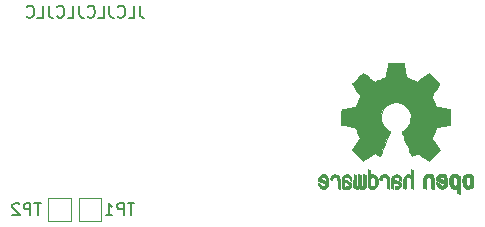
<source format=gbo>
%TF.GenerationSoftware,KiCad,Pcbnew,(6.0.2)*%
%TF.CreationDate,2022-05-29T22:25:13-07:00*%
%TF.ProjectId,peregrine,70657265-6772-4696-9e65-2e6b69636164,3*%
%TF.SameCoordinates,Original*%
%TF.FileFunction,Legend,Bot*%
%TF.FilePolarity,Positive*%
%FSLAX46Y46*%
G04 Gerber Fmt 4.6, Leading zero omitted, Abs format (unit mm)*
G04 Created by KiCad (PCBNEW (6.0.2)) date 2022-05-29 22:25:13*
%MOMM*%
%LPD*%
G01*
G04 APERTURE LIST*
%ADD10C,0.150000*%
%ADD11C,0.120000*%
%ADD12C,0.010000*%
%ADD13R,1.700000X1.700000*%
%ADD14O,1.700000X1.700000*%
%ADD15C,2.000000*%
%ADD16C,2.200000*%
%ADD17O,1.500000X4.150000*%
%ADD18O,3.650000X1.500000*%
%ADD19R,1.500000X1.500000*%
G04 APERTURE END LIST*
D10*
X104519047Y-95152380D02*
X104519047Y-95866666D01*
X104566666Y-96009523D01*
X104661904Y-96104761D01*
X104804761Y-96152380D01*
X104900000Y-96152380D01*
X103566666Y-96152380D02*
X104042857Y-96152380D01*
X104042857Y-95152380D01*
X102661904Y-96057142D02*
X102709523Y-96104761D01*
X102852380Y-96152380D01*
X102947619Y-96152380D01*
X103090476Y-96104761D01*
X103185714Y-96009523D01*
X103233333Y-95914285D01*
X103280952Y-95723809D01*
X103280952Y-95580952D01*
X103233333Y-95390476D01*
X103185714Y-95295238D01*
X103090476Y-95200000D01*
X102947619Y-95152380D01*
X102852380Y-95152380D01*
X102709523Y-95200000D01*
X102661904Y-95247619D01*
X101947619Y-95152380D02*
X101947619Y-95866666D01*
X101995238Y-96009523D01*
X102090476Y-96104761D01*
X102233333Y-96152380D01*
X102328571Y-96152380D01*
X100995238Y-96152380D02*
X101471428Y-96152380D01*
X101471428Y-95152380D01*
X100090476Y-96057142D02*
X100138095Y-96104761D01*
X100280952Y-96152380D01*
X100376190Y-96152380D01*
X100519047Y-96104761D01*
X100614285Y-96009523D01*
X100661904Y-95914285D01*
X100709523Y-95723809D01*
X100709523Y-95580952D01*
X100661904Y-95390476D01*
X100614285Y-95295238D01*
X100519047Y-95200000D01*
X100376190Y-95152380D01*
X100280952Y-95152380D01*
X100138095Y-95200000D01*
X100090476Y-95247619D01*
X99376190Y-95152380D02*
X99376190Y-95866666D01*
X99423809Y-96009523D01*
X99519047Y-96104761D01*
X99661904Y-96152380D01*
X99757142Y-96152380D01*
X98423809Y-96152380D02*
X98900000Y-96152380D01*
X98900000Y-95152380D01*
X97519047Y-96057142D02*
X97566666Y-96104761D01*
X97709523Y-96152380D01*
X97804761Y-96152380D01*
X97947619Y-96104761D01*
X98042857Y-96009523D01*
X98090476Y-95914285D01*
X98138095Y-95723809D01*
X98138095Y-95580952D01*
X98090476Y-95390476D01*
X98042857Y-95295238D01*
X97947619Y-95200000D01*
X97804761Y-95152380D01*
X97709523Y-95152380D01*
X97566666Y-95200000D01*
X97519047Y-95247619D01*
X96804761Y-95152380D02*
X96804761Y-95866666D01*
X96852380Y-96009523D01*
X96947619Y-96104761D01*
X97090476Y-96152380D01*
X97185714Y-96152380D01*
X95852380Y-96152380D02*
X96328571Y-96152380D01*
X96328571Y-95152380D01*
X94947619Y-96057142D02*
X94995238Y-96104761D01*
X95138095Y-96152380D01*
X95233333Y-96152380D01*
X95376190Y-96104761D01*
X95471428Y-96009523D01*
X95519047Y-95914285D01*
X95566666Y-95723809D01*
X95566666Y-95580952D01*
X95519047Y-95390476D01*
X95471428Y-95295238D01*
X95376190Y-95200000D01*
X95233333Y-95152380D01*
X95138095Y-95152380D01*
X94995238Y-95200000D01*
X94947619Y-95247619D01*
%TO.C,TP1*%
X104061904Y-111865955D02*
X103490476Y-111865955D01*
X103776190Y-112865955D02*
X103776190Y-111865955D01*
X103157142Y-112865955D02*
X103157142Y-111865955D01*
X102776190Y-111865955D01*
X102680952Y-111913575D01*
X102633333Y-111961194D01*
X102585714Y-112056432D01*
X102585714Y-112199289D01*
X102633333Y-112294527D01*
X102680952Y-112342146D01*
X102776190Y-112389765D01*
X103157142Y-112389765D01*
X101633333Y-112865955D02*
X102204761Y-112865955D01*
X101919047Y-112865955D02*
X101919047Y-111865955D01*
X102014285Y-112008813D01*
X102109523Y-112104051D01*
X102204761Y-112151670D01*
%TO.C,TP2*%
X96161904Y-111865955D02*
X95590476Y-111865955D01*
X95876190Y-112865955D02*
X95876190Y-111865955D01*
X95257142Y-112865955D02*
X95257142Y-111865955D01*
X94876190Y-111865955D01*
X94780952Y-111913575D01*
X94733333Y-111961194D01*
X94685714Y-112056432D01*
X94685714Y-112199289D01*
X94733333Y-112294527D01*
X94780952Y-112342146D01*
X94876190Y-112389765D01*
X95257142Y-112389765D01*
X94304761Y-111961194D02*
X94257142Y-111913575D01*
X94161904Y-111865955D01*
X93923809Y-111865955D01*
X93828571Y-111913575D01*
X93780952Y-111961194D01*
X93733333Y-112056432D01*
X93733333Y-112151670D01*
X93780952Y-112294527D01*
X94352380Y-112865955D01*
X93733333Y-112865955D01*
D11*
%TO.C,TP1*%
X99350000Y-111463575D02*
X99350000Y-113363575D01*
X101250000Y-113363575D02*
X101250000Y-111463575D01*
X99350000Y-113363575D02*
X101250000Y-113363575D01*
X101250000Y-111463575D02*
X99350000Y-111463575D01*
%TO.C,TP2*%
X96750000Y-113363575D02*
X98650000Y-113363575D01*
X98650000Y-113363575D02*
X98650000Y-111463575D01*
X98650000Y-111463575D02*
X96750000Y-111463575D01*
X96750000Y-111463575D02*
X96750000Y-113363575D01*
D12*
%TO.C,REF\u002A\u002A*%
X122619876Y-109453415D02*
X122615421Y-109530228D01*
X122615421Y-109530228D02*
X122611929Y-109646966D01*
X122611929Y-109646966D02*
X122609685Y-109794396D01*
X122609685Y-109794396D02*
X122608965Y-109949030D01*
X122608965Y-109949030D02*
X122608965Y-110472302D01*
X122608965Y-110472302D02*
X122701355Y-110564692D01*
X122701355Y-110564692D02*
X122765022Y-110621622D01*
X122765022Y-110621622D02*
X122820911Y-110644682D01*
X122820911Y-110644682D02*
X122897298Y-110643222D01*
X122897298Y-110643222D02*
X122927620Y-110639509D01*
X122927620Y-110639509D02*
X123022390Y-110628701D01*
X123022390Y-110628701D02*
X123100778Y-110622508D01*
X123100778Y-110622508D02*
X123119885Y-110621936D01*
X123119885Y-110621936D02*
X123184301Y-110625677D01*
X123184301Y-110625677D02*
X123276429Y-110635069D01*
X123276429Y-110635069D02*
X123312150Y-110639509D01*
X123312150Y-110639509D02*
X123399886Y-110646376D01*
X123399886Y-110646376D02*
X123458847Y-110631460D01*
X123458847Y-110631460D02*
X123517310Y-110585410D01*
X123517310Y-110585410D02*
X123538415Y-110564692D01*
X123538415Y-110564692D02*
X123630805Y-110472302D01*
X123630805Y-110472302D02*
X123630805Y-109493522D01*
X123630805Y-109493522D02*
X123556442Y-109459641D01*
X123556442Y-109459641D02*
X123492410Y-109434545D01*
X123492410Y-109434545D02*
X123454948Y-109425759D01*
X123454948Y-109425759D02*
X123445343Y-109453525D01*
X123445343Y-109453525D02*
X123436365Y-109531105D01*
X123436365Y-109531105D02*
X123428614Y-109649923D01*
X123428614Y-109649923D02*
X123422686Y-109801403D01*
X123422686Y-109801403D02*
X123419827Y-109929380D01*
X123419827Y-109929380D02*
X123411839Y-110433000D01*
X123411839Y-110433000D02*
X123342152Y-110442853D01*
X123342152Y-110442853D02*
X123278771Y-110435964D01*
X123278771Y-110435964D02*
X123247714Y-110413658D01*
X123247714Y-110413658D02*
X123239033Y-110371954D01*
X123239033Y-110371954D02*
X123231622Y-110283119D01*
X123231622Y-110283119D02*
X123226069Y-110158409D01*
X123226069Y-110158409D02*
X123222964Y-110009082D01*
X123222964Y-110009082D02*
X123222516Y-109932236D01*
X123222516Y-109932236D02*
X123222069Y-109489862D01*
X123222069Y-109489862D02*
X123130126Y-109457810D01*
X123130126Y-109457810D02*
X123065051Y-109436018D01*
X123065051Y-109436018D02*
X123029653Y-109425856D01*
X123029653Y-109425856D02*
X123028632Y-109425759D01*
X123028632Y-109425759D02*
X123025080Y-109453384D01*
X123025080Y-109453384D02*
X123021177Y-109529986D01*
X123021177Y-109529986D02*
X123017249Y-109646154D01*
X123017249Y-109646154D02*
X123013624Y-109792479D01*
X123013624Y-109792479D02*
X123011092Y-109929380D01*
X123011092Y-109929380D02*
X123003103Y-110433000D01*
X123003103Y-110433000D02*
X122827931Y-110433000D01*
X122827931Y-110433000D02*
X122819893Y-109973540D01*
X122819893Y-109973540D02*
X122811854Y-109514080D01*
X122811854Y-109514080D02*
X122726457Y-109469919D01*
X122726457Y-109469919D02*
X122663407Y-109439594D01*
X122663407Y-109439594D02*
X122626090Y-109425833D01*
X122626090Y-109425833D02*
X122625013Y-109425759D01*
X122625013Y-109425759D02*
X122619876Y-109453415D01*
X122619876Y-109453415D02*
X122619876Y-109453415D01*
G36*
X123492410Y-109434545D02*
G01*
X123556442Y-109459641D01*
X123630805Y-109493522D01*
X123630805Y-110472302D01*
X123538415Y-110564692D01*
X123517310Y-110585410D01*
X123458847Y-110631460D01*
X123399886Y-110646376D01*
X123312150Y-110639509D01*
X123276429Y-110635069D01*
X123184301Y-110625677D01*
X123119885Y-110621936D01*
X123100778Y-110622508D01*
X123022390Y-110628701D01*
X122927620Y-110639509D01*
X122897298Y-110643222D01*
X122820911Y-110644682D01*
X122765022Y-110621622D01*
X122701355Y-110564692D01*
X122608965Y-110472302D01*
X122608965Y-109949030D01*
X122609685Y-109794396D01*
X122611929Y-109646966D01*
X122615421Y-109530228D01*
X122619876Y-109453415D01*
X122625013Y-109425759D01*
X122626090Y-109425833D01*
X122663407Y-109439594D01*
X122726457Y-109469919D01*
X122811854Y-109514080D01*
X122819893Y-109973540D01*
X122827931Y-110433000D01*
X123003103Y-110433000D01*
X123011092Y-109929380D01*
X123013624Y-109792479D01*
X123017249Y-109646154D01*
X123021177Y-109529986D01*
X123025080Y-109453384D01*
X123028632Y-109425759D01*
X123029653Y-109425856D01*
X123065051Y-109436018D01*
X123130126Y-109457810D01*
X123222069Y-109489862D01*
X123222516Y-109932236D01*
X123222964Y-110009082D01*
X123226069Y-110158409D01*
X123231622Y-110283119D01*
X123239033Y-110371954D01*
X123247714Y-110413658D01*
X123278771Y-110435964D01*
X123342152Y-110442853D01*
X123411839Y-110433000D01*
X123419827Y-109929380D01*
X123422686Y-109801403D01*
X123428614Y-109649923D01*
X123436365Y-109531105D01*
X123445343Y-109453525D01*
X123454948Y-109425759D01*
X123492410Y-109434545D01*
G37*
X123492410Y-109434545D02*
X123556442Y-109459641D01*
X123630805Y-109493522D01*
X123630805Y-110472302D01*
X123538415Y-110564692D01*
X123517310Y-110585410D01*
X123458847Y-110631460D01*
X123399886Y-110646376D01*
X123312150Y-110639509D01*
X123276429Y-110635069D01*
X123184301Y-110625677D01*
X123119885Y-110621936D01*
X123100778Y-110622508D01*
X123022390Y-110628701D01*
X122927620Y-110639509D01*
X122897298Y-110643222D01*
X122820911Y-110644682D01*
X122765022Y-110621622D01*
X122701355Y-110564692D01*
X122608965Y-110472302D01*
X122608965Y-109949030D01*
X122609685Y-109794396D01*
X122611929Y-109646966D01*
X122615421Y-109530228D01*
X122619876Y-109453415D01*
X122625013Y-109425759D01*
X122626090Y-109425833D01*
X122663407Y-109439594D01*
X122726457Y-109469919D01*
X122811854Y-109514080D01*
X122819893Y-109973540D01*
X122827931Y-110433000D01*
X123003103Y-110433000D01*
X123011092Y-109929380D01*
X123013624Y-109792479D01*
X123017249Y-109646154D01*
X123021177Y-109529986D01*
X123025080Y-109453384D01*
X123028632Y-109425759D01*
X123029653Y-109425856D01*
X123065051Y-109436018D01*
X123130126Y-109457810D01*
X123222069Y-109489862D01*
X123222516Y-109932236D01*
X123222964Y-110009082D01*
X123226069Y-110158409D01*
X123231622Y-110283119D01*
X123239033Y-110371954D01*
X123247714Y-110413658D01*
X123278771Y-110435964D01*
X123342152Y-110442853D01*
X123411839Y-110433000D01*
X123419827Y-109929380D01*
X123422686Y-109801403D01*
X123428614Y-109649923D01*
X123436365Y-109531105D01*
X123445343Y-109453525D01*
X123454948Y-109425759D01*
X123492410Y-109434545D01*
X121885594Y-109448731D02*
X121801531Y-109486968D01*
X121801531Y-109486968D02*
X121735550Y-109533301D01*
X121735550Y-109533301D02*
X121687206Y-109585107D01*
X121687206Y-109585107D02*
X121653828Y-109651938D01*
X121653828Y-109651938D02*
X121632747Y-109743344D01*
X121632747Y-109743344D02*
X121621293Y-109868876D01*
X121621293Y-109868876D02*
X121616797Y-110038083D01*
X121616797Y-110038083D02*
X121616322Y-110149508D01*
X121616322Y-110149508D02*
X121616322Y-110584202D01*
X121616322Y-110584202D02*
X121690684Y-110618084D01*
X121690684Y-110618084D02*
X121749254Y-110642847D01*
X121749254Y-110642847D02*
X121778270Y-110651966D01*
X121778270Y-110651966D02*
X121783821Y-110624832D01*
X121783821Y-110624832D02*
X121788225Y-110551669D01*
X121788225Y-110551669D02*
X121790922Y-110444838D01*
X121790922Y-110444838D02*
X121791494Y-110360012D01*
X121791494Y-110360012D02*
X121793954Y-110237462D01*
X121793954Y-110237462D02*
X121800588Y-110140243D01*
X121800588Y-110140243D02*
X121810274Y-110080709D01*
X121810274Y-110080709D02*
X121817968Y-110068058D01*
X121817968Y-110068058D02*
X121869689Y-110080977D01*
X121869689Y-110080977D02*
X121950883Y-110114114D01*
X121950883Y-110114114D02*
X122044898Y-110159036D01*
X122044898Y-110159036D02*
X122135083Y-110207310D01*
X122135083Y-110207310D02*
X122204785Y-110250503D01*
X122204785Y-110250503D02*
X122237352Y-110280183D01*
X122237352Y-110280183D02*
X122237481Y-110280504D01*
X122237481Y-110280504D02*
X122234680Y-110335432D01*
X122234680Y-110335432D02*
X122209561Y-110387867D01*
X122209561Y-110387867D02*
X122165459Y-110430456D01*
X122165459Y-110430456D02*
X122101091Y-110444701D01*
X122101091Y-110444701D02*
X122046079Y-110443041D01*
X122046079Y-110443041D02*
X121968165Y-110441820D01*
X121968165Y-110441820D02*
X121927268Y-110460073D01*
X121927268Y-110460073D02*
X121902705Y-110508301D01*
X121902705Y-110508301D02*
X121899608Y-110517395D01*
X121899608Y-110517395D02*
X121888960Y-110586173D01*
X121888960Y-110586173D02*
X121917435Y-110627935D01*
X121917435Y-110627935D02*
X121991656Y-110647838D01*
X121991656Y-110647838D02*
X122071832Y-110651519D01*
X122071832Y-110651519D02*
X122216110Y-110624233D01*
X122216110Y-110624233D02*
X122290797Y-110585265D01*
X122290797Y-110585265D02*
X122383037Y-110493723D01*
X122383037Y-110493723D02*
X122431957Y-110381357D01*
X122431957Y-110381357D02*
X122436346Y-110262626D01*
X122436346Y-110262626D02*
X122394999Y-110151986D01*
X122394999Y-110151986D02*
X122332803Y-110082655D01*
X122332803Y-110082655D02*
X122270706Y-110043840D01*
X122270706Y-110043840D02*
X122173105Y-109994700D01*
X122173105Y-109994700D02*
X122059368Y-109944867D01*
X122059368Y-109944867D02*
X122040410Y-109937252D01*
X122040410Y-109937252D02*
X121915479Y-109882120D01*
X121915479Y-109882120D02*
X121843461Y-109833529D01*
X121843461Y-109833529D02*
X121820300Y-109785222D01*
X121820300Y-109785222D02*
X121841936Y-109730945D01*
X121841936Y-109730945D02*
X121879080Y-109688518D01*
X121879080Y-109688518D02*
X121966873Y-109636277D01*
X121966873Y-109636277D02*
X122063470Y-109632359D01*
X122063470Y-109632359D02*
X122152056Y-109672616D01*
X122152056Y-109672616D02*
X122215814Y-109752901D01*
X122215814Y-109752901D02*
X122224183Y-109773615D01*
X122224183Y-109773615D02*
X122272904Y-109849800D01*
X122272904Y-109849800D02*
X122344035Y-109906360D01*
X122344035Y-109906360D02*
X122433793Y-109952776D01*
X122433793Y-109952776D02*
X122433793Y-109821159D01*
X122433793Y-109821159D02*
X122428510Y-109740743D01*
X122428510Y-109740743D02*
X122405858Y-109677361D01*
X122405858Y-109677361D02*
X122355633Y-109609738D01*
X122355633Y-109609738D02*
X122307418Y-109557651D01*
X122307418Y-109557651D02*
X122232446Y-109483897D01*
X122232446Y-109483897D02*
X122174194Y-109444277D01*
X122174194Y-109444277D02*
X122111628Y-109428385D01*
X122111628Y-109428385D02*
X122040807Y-109425759D01*
X122040807Y-109425759D02*
X121885594Y-109448731D01*
X121885594Y-109448731D02*
X121885594Y-109448731D01*
G36*
X122111628Y-109428385D02*
G01*
X122174194Y-109444277D01*
X122232446Y-109483897D01*
X122307418Y-109557651D01*
X122355633Y-109609738D01*
X122405858Y-109677361D01*
X122428510Y-109740743D01*
X122433793Y-109821159D01*
X122433793Y-109952776D01*
X122344035Y-109906360D01*
X122272904Y-109849800D01*
X122224183Y-109773615D01*
X122215814Y-109752901D01*
X122152056Y-109672616D01*
X122063470Y-109632359D01*
X121966873Y-109636277D01*
X121879080Y-109688518D01*
X121841936Y-109730945D01*
X121820300Y-109785222D01*
X121843461Y-109833529D01*
X121915479Y-109882120D01*
X122040410Y-109937252D01*
X122059368Y-109944867D01*
X122173105Y-109994700D01*
X122270706Y-110043840D01*
X122332803Y-110082655D01*
X122394999Y-110151986D01*
X122436346Y-110262626D01*
X122431957Y-110381357D01*
X122383037Y-110493723D01*
X122290797Y-110585265D01*
X122216110Y-110624233D01*
X122071832Y-110651519D01*
X121991656Y-110647838D01*
X121917435Y-110627935D01*
X121888960Y-110586173D01*
X121899608Y-110517395D01*
X121902705Y-110508301D01*
X121927268Y-110460073D01*
X121968165Y-110441820D01*
X122046079Y-110443041D01*
X122101091Y-110444701D01*
X122165459Y-110430456D01*
X122209561Y-110387867D01*
X122234680Y-110335432D01*
X122237481Y-110280504D01*
X122237352Y-110280183D01*
X122204785Y-110250503D01*
X122135083Y-110207310D01*
X122044898Y-110159036D01*
X121950883Y-110114114D01*
X121869689Y-110080977D01*
X121817968Y-110068058D01*
X121810274Y-110080709D01*
X121800588Y-110140243D01*
X121793954Y-110237462D01*
X121791494Y-110360012D01*
X121790922Y-110444838D01*
X121788225Y-110551669D01*
X121783821Y-110624832D01*
X121778270Y-110651966D01*
X121749254Y-110642847D01*
X121690684Y-110618084D01*
X121616322Y-110584202D01*
X121616322Y-110149508D01*
X121616797Y-110038083D01*
X121621293Y-109868876D01*
X121632747Y-109743344D01*
X121653828Y-109651938D01*
X121687206Y-109585107D01*
X121735550Y-109533301D01*
X121801531Y-109486968D01*
X121885594Y-109448731D01*
X122040807Y-109425759D01*
X122111628Y-109428385D01*
G37*
X122111628Y-109428385D02*
X122174194Y-109444277D01*
X122232446Y-109483897D01*
X122307418Y-109557651D01*
X122355633Y-109609738D01*
X122405858Y-109677361D01*
X122428510Y-109740743D01*
X122433793Y-109821159D01*
X122433793Y-109952776D01*
X122344035Y-109906360D01*
X122272904Y-109849800D01*
X122224183Y-109773615D01*
X122215814Y-109752901D01*
X122152056Y-109672616D01*
X122063470Y-109632359D01*
X121966873Y-109636277D01*
X121879080Y-109688518D01*
X121841936Y-109730945D01*
X121820300Y-109785222D01*
X121843461Y-109833529D01*
X121915479Y-109882120D01*
X122040410Y-109937252D01*
X122059368Y-109944867D01*
X122173105Y-109994700D01*
X122270706Y-110043840D01*
X122332803Y-110082655D01*
X122394999Y-110151986D01*
X122436346Y-110262626D01*
X122431957Y-110381357D01*
X122383037Y-110493723D01*
X122290797Y-110585265D01*
X122216110Y-110624233D01*
X122071832Y-110651519D01*
X121991656Y-110647838D01*
X121917435Y-110627935D01*
X121888960Y-110586173D01*
X121899608Y-110517395D01*
X121902705Y-110508301D01*
X121927268Y-110460073D01*
X121968165Y-110441820D01*
X122046079Y-110443041D01*
X122101091Y-110444701D01*
X122165459Y-110430456D01*
X122209561Y-110387867D01*
X122234680Y-110335432D01*
X122237481Y-110280504D01*
X122237352Y-110280183D01*
X122204785Y-110250503D01*
X122135083Y-110207310D01*
X122044898Y-110159036D01*
X121950883Y-110114114D01*
X121869689Y-110080977D01*
X121817968Y-110068058D01*
X121810274Y-110080709D01*
X121800588Y-110140243D01*
X121793954Y-110237462D01*
X121791494Y-110360012D01*
X121790922Y-110444838D01*
X121788225Y-110551669D01*
X121783821Y-110624832D01*
X121778270Y-110651966D01*
X121749254Y-110642847D01*
X121690684Y-110618084D01*
X121616322Y-110584202D01*
X121616322Y-110149508D01*
X121616797Y-110038083D01*
X121621293Y-109868876D01*
X121632747Y-109743344D01*
X121653828Y-109651938D01*
X121687206Y-109585107D01*
X121735550Y-109533301D01*
X121801531Y-109486968D01*
X121885594Y-109448731D01*
X122040807Y-109425759D01*
X122111628Y-109428385D01*
X131028100Y-109375478D02*
X130916550Y-109431097D01*
X130916550Y-109431097D02*
X130818092Y-109533506D01*
X130818092Y-109533506D02*
X130790977Y-109571439D01*
X130790977Y-109571439D02*
X130761438Y-109621075D01*
X130761438Y-109621075D02*
X130742272Y-109674987D01*
X130742272Y-109674987D02*
X130731307Y-109746939D01*
X130731307Y-109746939D02*
X130726371Y-109850697D01*
X130726371Y-109850697D02*
X130725287Y-109987676D01*
X130725287Y-109987676D02*
X130730182Y-110175390D01*
X130730182Y-110175390D02*
X130747196Y-110316333D01*
X130747196Y-110316333D02*
X130779823Y-110421483D01*
X130779823Y-110421483D02*
X130831558Y-110501818D01*
X130831558Y-110501818D02*
X130905896Y-110568316D01*
X130905896Y-110568316D02*
X130911358Y-110572253D01*
X130911358Y-110572253D02*
X130984620Y-110612528D01*
X130984620Y-110612528D02*
X131072840Y-110632455D01*
X131072840Y-110632455D02*
X131185038Y-110637368D01*
X131185038Y-110637368D02*
X131367433Y-110637368D01*
X131367433Y-110637368D02*
X131367509Y-110814432D01*
X131367509Y-110814432D02*
X131369207Y-110913045D01*
X131369207Y-110913045D02*
X131379550Y-110970889D01*
X131379550Y-110970889D02*
X131406578Y-111005581D01*
X131406578Y-111005581D02*
X131458332Y-111034739D01*
X131458332Y-111034739D02*
X131470761Y-111040696D01*
X131470761Y-111040696D02*
X131528923Y-111068614D01*
X131528923Y-111068614D02*
X131573956Y-111086247D01*
X131573956Y-111086247D02*
X131607441Y-111087769D01*
X131607441Y-111087769D02*
X131630962Y-111067356D01*
X131630962Y-111067356D02*
X131646100Y-111019182D01*
X131646100Y-111019182D02*
X131654437Y-110937421D01*
X131654437Y-110937421D02*
X131657556Y-110816247D01*
X131657556Y-110816247D02*
X131657040Y-110649835D01*
X131657040Y-110649835D02*
X131654471Y-110432360D01*
X131654471Y-110432360D02*
X131653668Y-110367311D01*
X131653668Y-110367311D02*
X131650778Y-110143077D01*
X131650778Y-110143077D02*
X131648188Y-109996396D01*
X131648188Y-109996396D02*
X131367586Y-109996396D01*
X131367586Y-109996396D02*
X131366009Y-110120901D01*
X131366009Y-110120901D02*
X131359000Y-110202362D01*
X131359000Y-110202362D02*
X131343142Y-110256090D01*
X131343142Y-110256090D02*
X131315019Y-110297398D01*
X131315019Y-110297398D02*
X131295925Y-110317546D01*
X131295925Y-110317546D02*
X131217865Y-110376496D01*
X131217865Y-110376496D02*
X131148753Y-110381295D01*
X131148753Y-110381295D02*
X131077440Y-110332613D01*
X131077440Y-110332613D02*
X131075632Y-110330816D01*
X131075632Y-110330816D02*
X131046617Y-110293193D01*
X131046617Y-110293193D02*
X131028967Y-110242059D01*
X131028967Y-110242059D02*
X131020064Y-110163313D01*
X131020064Y-110163313D02*
X131017291Y-110042851D01*
X131017291Y-110042851D02*
X131017241Y-110016163D01*
X131017241Y-110016163D02*
X131023942Y-109850158D01*
X131023942Y-109850158D02*
X131045752Y-109735080D01*
X131045752Y-109735080D02*
X131085235Y-109664829D01*
X131085235Y-109664829D02*
X131144956Y-109633304D01*
X131144956Y-109633304D02*
X131179472Y-109630127D01*
X131179472Y-109630127D02*
X131261389Y-109645035D01*
X131261389Y-109645035D02*
X131317579Y-109694123D01*
X131317579Y-109694123D02*
X131351402Y-109783937D01*
X131351402Y-109783937D02*
X131366220Y-109921020D01*
X131366220Y-109921020D02*
X131367586Y-109996396D01*
X131367586Y-109996396D02*
X131648188Y-109996396D01*
X131648188Y-109996396D02*
X131647713Y-109969527D01*
X131647713Y-109969527D02*
X131643753Y-109838957D01*
X131643753Y-109838957D02*
X131638174Y-109743662D01*
X131638174Y-109743662D02*
X131630254Y-109675939D01*
X131630254Y-109675939D02*
X131619269Y-109628082D01*
X131619269Y-109628082D02*
X131604499Y-109592388D01*
X131604499Y-109592388D02*
X131585218Y-109561153D01*
X131585218Y-109561153D02*
X131576951Y-109549399D01*
X131576951Y-109549399D02*
X131467288Y-109438372D01*
X131467288Y-109438372D02*
X131328635Y-109375422D01*
X131328635Y-109375422D02*
X131168246Y-109357872D01*
X131168246Y-109357872D02*
X131028100Y-109375478D01*
X131028100Y-109375478D02*
X131028100Y-109375478D01*
G36*
X131653668Y-110367311D02*
G01*
X131654471Y-110432360D01*
X131657040Y-110649835D01*
X131657556Y-110816247D01*
X131654437Y-110937421D01*
X131646100Y-111019182D01*
X131630962Y-111067356D01*
X131607441Y-111087769D01*
X131573956Y-111086247D01*
X131528923Y-111068614D01*
X131470761Y-111040696D01*
X131458332Y-111034739D01*
X131406578Y-111005581D01*
X131379550Y-110970889D01*
X131369207Y-110913045D01*
X131367509Y-110814432D01*
X131367433Y-110637368D01*
X131185038Y-110637368D01*
X131072840Y-110632455D01*
X130984620Y-110612528D01*
X130911358Y-110572253D01*
X130905896Y-110568316D01*
X130831558Y-110501818D01*
X130779823Y-110421483D01*
X130747196Y-110316333D01*
X130730182Y-110175390D01*
X130726030Y-110016163D01*
X131017241Y-110016163D01*
X131017291Y-110042851D01*
X131020064Y-110163313D01*
X131028967Y-110242059D01*
X131046617Y-110293193D01*
X131075632Y-110330816D01*
X131077440Y-110332613D01*
X131148753Y-110381295D01*
X131217865Y-110376496D01*
X131295925Y-110317546D01*
X131315019Y-110297398D01*
X131343142Y-110256090D01*
X131359000Y-110202362D01*
X131366009Y-110120901D01*
X131367586Y-109996396D01*
X131366220Y-109921020D01*
X131351402Y-109783937D01*
X131317579Y-109694123D01*
X131261389Y-109645035D01*
X131179472Y-109630127D01*
X131144956Y-109633304D01*
X131085235Y-109664829D01*
X131045752Y-109735080D01*
X131023942Y-109850158D01*
X131017241Y-110016163D01*
X130726030Y-110016163D01*
X130725287Y-109987676D01*
X130726371Y-109850697D01*
X130731307Y-109746939D01*
X130742272Y-109674987D01*
X130761438Y-109621075D01*
X130790977Y-109571439D01*
X130818092Y-109533506D01*
X130916550Y-109431097D01*
X131028100Y-109375478D01*
X131168246Y-109357872D01*
X131328635Y-109375422D01*
X131467288Y-109438372D01*
X131576951Y-109549399D01*
X131585218Y-109561153D01*
X131604499Y-109592388D01*
X131619269Y-109628082D01*
X131630254Y-109675939D01*
X131638174Y-109743662D01*
X131643753Y-109838957D01*
X131647713Y-109969527D01*
X131648188Y-109996396D01*
X131650778Y-110143077D01*
X131653668Y-110367311D01*
G37*
X131653668Y-110367311D02*
X131654471Y-110432360D01*
X131657040Y-110649835D01*
X131657556Y-110816247D01*
X131654437Y-110937421D01*
X131646100Y-111019182D01*
X131630962Y-111067356D01*
X131607441Y-111087769D01*
X131573956Y-111086247D01*
X131528923Y-111068614D01*
X131470761Y-111040696D01*
X131458332Y-111034739D01*
X131406578Y-111005581D01*
X131379550Y-110970889D01*
X131369207Y-110913045D01*
X131367509Y-110814432D01*
X131367433Y-110637368D01*
X131185038Y-110637368D01*
X131072840Y-110632455D01*
X130984620Y-110612528D01*
X130911358Y-110572253D01*
X130905896Y-110568316D01*
X130831558Y-110501818D01*
X130779823Y-110421483D01*
X130747196Y-110316333D01*
X130730182Y-110175390D01*
X130726030Y-110016163D01*
X131017241Y-110016163D01*
X131017291Y-110042851D01*
X131020064Y-110163313D01*
X131028967Y-110242059D01*
X131046617Y-110293193D01*
X131075632Y-110330816D01*
X131077440Y-110332613D01*
X131148753Y-110381295D01*
X131217865Y-110376496D01*
X131295925Y-110317546D01*
X131315019Y-110297398D01*
X131343142Y-110256090D01*
X131359000Y-110202362D01*
X131366009Y-110120901D01*
X131367586Y-109996396D01*
X131366220Y-109921020D01*
X131351402Y-109783937D01*
X131317579Y-109694123D01*
X131261389Y-109645035D01*
X131179472Y-109630127D01*
X131144956Y-109633304D01*
X131085235Y-109664829D01*
X131045752Y-109735080D01*
X131023942Y-109850158D01*
X131017241Y-110016163D01*
X130726030Y-110016163D01*
X130725287Y-109987676D01*
X130726371Y-109850697D01*
X130731307Y-109746939D01*
X130742272Y-109674987D01*
X130761438Y-109621075D01*
X130790977Y-109571439D01*
X130818092Y-109533506D01*
X130916550Y-109431097D01*
X131028100Y-109375478D01*
X131168246Y-109357872D01*
X131328635Y-109375422D01*
X131467288Y-109438372D01*
X131576951Y-109549399D01*
X131585218Y-109561153D01*
X131604499Y-109592388D01*
X131619269Y-109628082D01*
X131630254Y-109675939D01*
X131638174Y-109743662D01*
X131643753Y-109838957D01*
X131647713Y-109969527D01*
X131648188Y-109996396D01*
X131650778Y-110143077D01*
X131653668Y-110367311D01*
X132151779Y-109379590D02*
X132014939Y-109451543D01*
X132014939Y-109451543D02*
X131913949Y-109567341D01*
X131913949Y-109567341D02*
X131878075Y-109641788D01*
X131878075Y-109641788D02*
X131850161Y-109753567D01*
X131850161Y-109753567D02*
X131835871Y-109894802D01*
X131835871Y-109894802D02*
X131834516Y-110048946D01*
X131834516Y-110048946D02*
X131845405Y-110199454D01*
X131845405Y-110199454D02*
X131867847Y-110329780D01*
X131867847Y-110329780D02*
X131901150Y-110423378D01*
X131901150Y-110423378D02*
X131911385Y-110439497D01*
X131911385Y-110439497D02*
X132032618Y-110559824D01*
X132032618Y-110559824D02*
X132176613Y-110631892D01*
X132176613Y-110631892D02*
X132332861Y-110652983D01*
X132332861Y-110652983D02*
X132490852Y-110620377D01*
X132490852Y-110620377D02*
X132534820Y-110600828D01*
X132534820Y-110600828D02*
X132620444Y-110540587D01*
X132620444Y-110540587D02*
X132695592Y-110460710D01*
X132695592Y-110460710D02*
X132702694Y-110450579D01*
X132702694Y-110450579D02*
X132731561Y-110401756D01*
X132731561Y-110401756D02*
X132750643Y-110349565D01*
X132750643Y-110349565D02*
X132761916Y-110280860D01*
X132761916Y-110280860D02*
X132767355Y-110182493D01*
X132767355Y-110182493D02*
X132768938Y-110041319D01*
X132768938Y-110041319D02*
X132768965Y-110009667D01*
X132768965Y-110009667D02*
X132768893Y-109999594D01*
X132768893Y-109999594D02*
X132477011Y-109999594D01*
X132477011Y-109999594D02*
X132475313Y-110132831D01*
X132475313Y-110132831D02*
X132468628Y-110221249D01*
X132468628Y-110221249D02*
X132454575Y-110278360D01*
X132454575Y-110278360D02*
X132430771Y-110317677D01*
X132430771Y-110317677D02*
X132418621Y-110330816D01*
X132418621Y-110330816D02*
X132348764Y-110380747D01*
X132348764Y-110380747D02*
X132280941Y-110378470D01*
X132280941Y-110378470D02*
X132212365Y-110335159D01*
X132212365Y-110335159D02*
X132171465Y-110288921D01*
X132171465Y-110288921D02*
X132147242Y-110221432D01*
X132147242Y-110221432D02*
X132133639Y-110115008D01*
X132133639Y-110115008D02*
X132132706Y-110102595D01*
X132132706Y-110102595D02*
X132130384Y-109909722D01*
X132130384Y-109909722D02*
X132154650Y-109766475D01*
X132154650Y-109766475D02*
X132205176Y-109673735D01*
X132205176Y-109673735D02*
X132281632Y-109632382D01*
X132281632Y-109632382D02*
X132308924Y-109630127D01*
X132308924Y-109630127D02*
X132380589Y-109641468D01*
X132380589Y-109641468D02*
X132429610Y-109680759D01*
X132429610Y-109680759D02*
X132459582Y-109755901D01*
X132459582Y-109755901D02*
X132474101Y-109874797D01*
X132474101Y-109874797D02*
X132477011Y-109999594D01*
X132477011Y-109999594D02*
X132768893Y-109999594D01*
X132768893Y-109999594D02*
X132767878Y-109859234D01*
X132767878Y-109859234D02*
X132763312Y-109754124D01*
X132763312Y-109754124D02*
X132753312Y-109681289D01*
X132753312Y-109681289D02*
X132735921Y-109627683D01*
X132735921Y-109627683D02*
X132709184Y-109580256D01*
X132709184Y-109580256D02*
X132703276Y-109571439D01*
X132703276Y-109571439D02*
X132603968Y-109452582D01*
X132603968Y-109452582D02*
X132495758Y-109383583D01*
X132495758Y-109383583D02*
X132364019Y-109356194D01*
X132364019Y-109356194D02*
X132319283Y-109354856D01*
X132319283Y-109354856D02*
X132151779Y-109379590D01*
X132151779Y-109379590D02*
X132151779Y-109379590D01*
G36*
X132768938Y-110041319D02*
G01*
X132767355Y-110182493D01*
X132761916Y-110280860D01*
X132750643Y-110349565D01*
X132731561Y-110401756D01*
X132702694Y-110450579D01*
X132695592Y-110460710D01*
X132620444Y-110540587D01*
X132534820Y-110600828D01*
X132490852Y-110620377D01*
X132332861Y-110652983D01*
X132176613Y-110631892D01*
X132032618Y-110559824D01*
X131911385Y-110439497D01*
X131901150Y-110423378D01*
X131867847Y-110329780D01*
X131845405Y-110199454D01*
X131834516Y-110048946D01*
X131835740Y-109909722D01*
X132130384Y-109909722D01*
X132132706Y-110102595D01*
X132133639Y-110115008D01*
X132147242Y-110221432D01*
X132171465Y-110288921D01*
X132212365Y-110335159D01*
X132280941Y-110378470D01*
X132348764Y-110380747D01*
X132418621Y-110330816D01*
X132430771Y-110317677D01*
X132454575Y-110278360D01*
X132468628Y-110221249D01*
X132475313Y-110132831D01*
X132477011Y-109999594D01*
X132474101Y-109874797D01*
X132459582Y-109755901D01*
X132429610Y-109680759D01*
X132380589Y-109641468D01*
X132308924Y-109630127D01*
X132281632Y-109632382D01*
X132205176Y-109673735D01*
X132154650Y-109766475D01*
X132130384Y-109909722D01*
X131835740Y-109909722D01*
X131835871Y-109894802D01*
X131850161Y-109753567D01*
X131878075Y-109641788D01*
X131913949Y-109567341D01*
X132014939Y-109451543D01*
X132151779Y-109379590D01*
X132319283Y-109354856D01*
X132364019Y-109356194D01*
X132495758Y-109383583D01*
X132603968Y-109452582D01*
X132703276Y-109571439D01*
X132709184Y-109580256D01*
X132735921Y-109627683D01*
X132753312Y-109681289D01*
X132763312Y-109754124D01*
X132767878Y-109859234D01*
X132768893Y-109999594D01*
X132768965Y-110009667D01*
X132768938Y-110041319D01*
G37*
X132768938Y-110041319D02*
X132767355Y-110182493D01*
X132761916Y-110280860D01*
X132750643Y-110349565D01*
X132731561Y-110401756D01*
X132702694Y-110450579D01*
X132695592Y-110460710D01*
X132620444Y-110540587D01*
X132534820Y-110600828D01*
X132490852Y-110620377D01*
X132332861Y-110652983D01*
X132176613Y-110631892D01*
X132032618Y-110559824D01*
X131911385Y-110439497D01*
X131901150Y-110423378D01*
X131867847Y-110329780D01*
X131845405Y-110199454D01*
X131834516Y-110048946D01*
X131835740Y-109909722D01*
X132130384Y-109909722D01*
X132132706Y-110102595D01*
X132133639Y-110115008D01*
X132147242Y-110221432D01*
X132171465Y-110288921D01*
X132212365Y-110335159D01*
X132280941Y-110378470D01*
X132348764Y-110380747D01*
X132418621Y-110330816D01*
X132430771Y-110317677D01*
X132454575Y-110278360D01*
X132468628Y-110221249D01*
X132475313Y-110132831D01*
X132477011Y-109999594D01*
X132474101Y-109874797D01*
X132459582Y-109755901D01*
X132429610Y-109680759D01*
X132380589Y-109641468D01*
X132308924Y-109630127D01*
X132281632Y-109632382D01*
X132205176Y-109673735D01*
X132154650Y-109766475D01*
X132130384Y-109909722D01*
X131835740Y-109909722D01*
X131835871Y-109894802D01*
X131850161Y-109753567D01*
X131878075Y-109641788D01*
X131913949Y-109567341D01*
X132014939Y-109451543D01*
X132151779Y-109379590D01*
X132319283Y-109354856D01*
X132364019Y-109356194D01*
X132495758Y-109383583D01*
X132603968Y-109452582D01*
X132703276Y-109571439D01*
X132709184Y-109580256D01*
X132735921Y-109627683D01*
X132753312Y-109681289D01*
X132763312Y-109754124D01*
X132767878Y-109859234D01*
X132768893Y-109999594D01*
X132768965Y-110009667D01*
X132768938Y-110041319D01*
X128782571Y-109391294D02*
X128688877Y-109445489D01*
X128688877Y-109445489D02*
X128623736Y-109499282D01*
X128623736Y-109499282D02*
X128576093Y-109555641D01*
X128576093Y-109555641D02*
X128543272Y-109624562D01*
X128543272Y-109624562D02*
X128522594Y-109716043D01*
X128522594Y-109716043D02*
X128511380Y-109840081D01*
X128511380Y-109840081D02*
X128506951Y-110006673D01*
X128506951Y-110006673D02*
X128506437Y-110126426D01*
X128506437Y-110126426D02*
X128506437Y-110567234D01*
X128506437Y-110567234D02*
X128630517Y-110622858D01*
X128630517Y-110622858D02*
X128754598Y-110678482D01*
X128754598Y-110678482D02*
X128769195Y-110195670D01*
X128769195Y-110195670D02*
X128775227Y-110015354D01*
X128775227Y-110015354D02*
X128781555Y-109884476D01*
X128781555Y-109884476D02*
X128789394Y-109794086D01*
X128789394Y-109794086D02*
X128799963Y-109735239D01*
X128799963Y-109735239D02*
X128814477Y-109698988D01*
X128814477Y-109698988D02*
X128834152Y-109676385D01*
X128834152Y-109676385D02*
X128840465Y-109671492D01*
X128840465Y-109671492D02*
X128936112Y-109633281D01*
X128936112Y-109633281D02*
X129032793Y-109648402D01*
X129032793Y-109648402D02*
X129090345Y-109688518D01*
X129090345Y-109688518D02*
X129113755Y-109716945D01*
X129113755Y-109716945D02*
X129129961Y-109754247D01*
X129129961Y-109754247D02*
X129140259Y-109810798D01*
X129140259Y-109810798D02*
X129145951Y-109896969D01*
X129145951Y-109896969D02*
X129148336Y-110023133D01*
X129148336Y-110023133D02*
X129148736Y-110154617D01*
X129148736Y-110154617D02*
X129148814Y-110319574D01*
X129148814Y-110319574D02*
X129151639Y-110436336D01*
X129151639Y-110436336D02*
X129161093Y-110515085D01*
X129161093Y-110515085D02*
X129181060Y-110566006D01*
X129181060Y-110566006D02*
X129215424Y-110599281D01*
X129215424Y-110599281D02*
X129268068Y-110625095D01*
X129268068Y-110625095D02*
X129338383Y-110651919D01*
X129338383Y-110651919D02*
X129415180Y-110681117D01*
X129415180Y-110681117D02*
X129406038Y-110162921D01*
X129406038Y-110162921D02*
X129402357Y-109976114D01*
X129402357Y-109976114D02*
X129398050Y-109838065D01*
X129398050Y-109838065D02*
X129391877Y-109739143D01*
X129391877Y-109739143D02*
X129382598Y-109669720D01*
X129382598Y-109669720D02*
X129368973Y-109620165D01*
X129368973Y-109620165D02*
X129349761Y-109580848D01*
X129349761Y-109580848D02*
X129326598Y-109546159D01*
X129326598Y-109546159D02*
X129214848Y-109435345D01*
X129214848Y-109435345D02*
X129078487Y-109371264D01*
X129078487Y-109371264D02*
X128930175Y-109355914D01*
X128930175Y-109355914D02*
X128782571Y-109391294D01*
X128782571Y-109391294D02*
X128782571Y-109391294D01*
G36*
X129078487Y-109371264D02*
G01*
X129214848Y-109435345D01*
X129326598Y-109546159D01*
X129349761Y-109580848D01*
X129368973Y-109620165D01*
X129382598Y-109669720D01*
X129391877Y-109739143D01*
X129398050Y-109838065D01*
X129402357Y-109976114D01*
X129406038Y-110162921D01*
X129415180Y-110681117D01*
X129338383Y-110651919D01*
X129268068Y-110625095D01*
X129215424Y-110599281D01*
X129181060Y-110566006D01*
X129161093Y-110515085D01*
X129151639Y-110436336D01*
X129148814Y-110319574D01*
X129148736Y-110154617D01*
X129148336Y-110023133D01*
X129145951Y-109896969D01*
X129140259Y-109810798D01*
X129129961Y-109754247D01*
X129113755Y-109716945D01*
X129090345Y-109688518D01*
X129032793Y-109648402D01*
X128936112Y-109633281D01*
X128840465Y-109671492D01*
X128834152Y-109676385D01*
X128814477Y-109698988D01*
X128799963Y-109735239D01*
X128789394Y-109794086D01*
X128781555Y-109884476D01*
X128775227Y-110015354D01*
X128769195Y-110195670D01*
X128754598Y-110678482D01*
X128630517Y-110622858D01*
X128506437Y-110567234D01*
X128506437Y-110126426D01*
X128506951Y-110006673D01*
X128511380Y-109840081D01*
X128522594Y-109716043D01*
X128543272Y-109624562D01*
X128576093Y-109555641D01*
X128623736Y-109499282D01*
X128688877Y-109445489D01*
X128782571Y-109391294D01*
X128930175Y-109355914D01*
X129078487Y-109371264D01*
G37*
X129078487Y-109371264D02*
X129214848Y-109435345D01*
X129326598Y-109546159D01*
X129349761Y-109580848D01*
X129368973Y-109620165D01*
X129382598Y-109669720D01*
X129391877Y-109739143D01*
X129398050Y-109838065D01*
X129402357Y-109976114D01*
X129406038Y-110162921D01*
X129415180Y-110681117D01*
X129338383Y-110651919D01*
X129268068Y-110625095D01*
X129215424Y-110599281D01*
X129181060Y-110566006D01*
X129161093Y-110515085D01*
X129151639Y-110436336D01*
X129148814Y-110319574D01*
X129148736Y-110154617D01*
X129148336Y-110023133D01*
X129145951Y-109896969D01*
X129140259Y-109810798D01*
X129129961Y-109754247D01*
X129113755Y-109716945D01*
X129090345Y-109688518D01*
X129032793Y-109648402D01*
X128936112Y-109633281D01*
X128840465Y-109671492D01*
X128834152Y-109676385D01*
X128814477Y-109698988D01*
X128799963Y-109735239D01*
X128789394Y-109794086D01*
X128781555Y-109884476D01*
X128775227Y-110015354D01*
X128769195Y-110195670D01*
X128754598Y-110678482D01*
X128630517Y-110622858D01*
X128506437Y-110567234D01*
X128506437Y-110126426D01*
X128506951Y-110006673D01*
X128511380Y-109840081D01*
X128522594Y-109716043D01*
X128543272Y-109624562D01*
X128576093Y-109555641D01*
X128623736Y-109499282D01*
X128688877Y-109445489D01*
X128782571Y-109391294D01*
X128930175Y-109355914D01*
X129078487Y-109371264D01*
X125990986Y-99966573D02*
X125832994Y-99967438D01*
X125832994Y-99967438D02*
X125718653Y-99969780D01*
X125718653Y-99969780D02*
X125640593Y-99974337D01*
X125640593Y-99974337D02*
X125591446Y-99981845D01*
X125591446Y-99981845D02*
X125563841Y-99993041D01*
X125563841Y-99993041D02*
X125550408Y-100008663D01*
X125550408Y-100008663D02*
X125543779Y-100029448D01*
X125543779Y-100029448D02*
X125543135Y-100032138D01*
X125543135Y-100032138D02*
X125533065Y-100080688D01*
X125533065Y-100080688D02*
X125514425Y-100176480D01*
X125514425Y-100176480D02*
X125489155Y-100309318D01*
X125489155Y-100309318D02*
X125459193Y-100469006D01*
X125459193Y-100469006D02*
X125426478Y-100645349D01*
X125426478Y-100645349D02*
X125425336Y-100651542D01*
X125425336Y-100651542D02*
X125392567Y-100824357D01*
X125392567Y-100824357D02*
X125361907Y-100977044D01*
X125361907Y-100977044D02*
X125335336Y-101100446D01*
X125335336Y-101100446D02*
X125314833Y-101185406D01*
X125314833Y-101185406D02*
X125302374Y-101222765D01*
X125302374Y-101222765D02*
X125301780Y-101223427D01*
X125301780Y-101223427D02*
X125265081Y-101241670D01*
X125265081Y-101241670D02*
X125189414Y-101272072D01*
X125189414Y-101272072D02*
X125091122Y-101308068D01*
X125091122Y-101308068D02*
X125090575Y-101308260D01*
X125090575Y-101308260D02*
X124966767Y-101354797D01*
X124966767Y-101354797D02*
X124820804Y-101414079D01*
X124820804Y-101414079D02*
X124683219Y-101473684D01*
X124683219Y-101473684D02*
X124676707Y-101476631D01*
X124676707Y-101476631D02*
X124452610Y-101578340D01*
X124452610Y-101578340D02*
X123956381Y-101239472D01*
X123956381Y-101239472D02*
X123804154Y-101136167D01*
X123804154Y-101136167D02*
X123666259Y-101043812D01*
X123666259Y-101043812D02*
X123550685Y-100967659D01*
X123550685Y-100967659D02*
X123465421Y-100912960D01*
X123465421Y-100912960D02*
X123418456Y-100884968D01*
X123418456Y-100884968D02*
X123413996Y-100882892D01*
X123413996Y-100882892D02*
X123379866Y-100892135D01*
X123379866Y-100892135D02*
X123316119Y-100936731D01*
X123316119Y-100936731D02*
X123220269Y-101018784D01*
X123220269Y-101018784D02*
X123089831Y-101140396D01*
X123089831Y-101140396D02*
X122956672Y-101269780D01*
X122956672Y-101269780D02*
X122828306Y-101397277D01*
X122828306Y-101397277D02*
X122713419Y-101513621D01*
X122713419Y-101513621D02*
X122618927Y-101611627D01*
X122618927Y-101611627D02*
X122551747Y-101684111D01*
X122551747Y-101684111D02*
X122518794Y-101723888D01*
X122518794Y-101723888D02*
X122517568Y-101725936D01*
X122517568Y-101725936D02*
X122513926Y-101753231D01*
X122513926Y-101753231D02*
X122527650Y-101797809D01*
X122527650Y-101797809D02*
X122562131Y-101865687D01*
X122562131Y-101865687D02*
X122620761Y-101962886D01*
X122620761Y-101962886D02*
X122706930Y-102095426D01*
X122706930Y-102095426D02*
X122821800Y-102266051D01*
X122821800Y-102266051D02*
X122923746Y-102416230D01*
X122923746Y-102416230D02*
X123014877Y-102550925D01*
X123014877Y-102550925D02*
X123089927Y-102662315D01*
X123089927Y-102662315D02*
X123143631Y-102742580D01*
X123143631Y-102742580D02*
X123170720Y-102783900D01*
X123170720Y-102783900D02*
X123172426Y-102786705D01*
X123172426Y-102786705D02*
X123169118Y-102826296D01*
X123169118Y-102826296D02*
X123144047Y-102903244D01*
X123144047Y-102903244D02*
X123102202Y-103003007D01*
X123102202Y-103003007D02*
X123087288Y-103034866D01*
X123087288Y-103034866D02*
X123022214Y-103176801D01*
X123022214Y-103176801D02*
X122952788Y-103337848D01*
X122952788Y-103337848D02*
X122896391Y-103477196D01*
X122896391Y-103477196D02*
X122855753Y-103580619D01*
X122855753Y-103580619D02*
X122823474Y-103659217D01*
X122823474Y-103659217D02*
X122804822Y-103700295D01*
X122804822Y-103700295D02*
X122802503Y-103703460D01*
X122802503Y-103703460D02*
X122768197Y-103708703D01*
X122768197Y-103708703D02*
X122687331Y-103723069D01*
X122687331Y-103723069D02*
X122570657Y-103744512D01*
X122570657Y-103744512D02*
X122428925Y-103770988D01*
X122428925Y-103770988D02*
X122272890Y-103800452D01*
X122272890Y-103800452D02*
X122113302Y-103830858D01*
X122113302Y-103830858D02*
X121960915Y-103860163D01*
X121960915Y-103860163D02*
X121826479Y-103886320D01*
X121826479Y-103886320D02*
X121720748Y-103907285D01*
X121720748Y-103907285D02*
X121654474Y-103921014D01*
X121654474Y-103921014D02*
X121638218Y-103924895D01*
X121638218Y-103924895D02*
X121621427Y-103934475D01*
X121621427Y-103934475D02*
X121608751Y-103956111D01*
X121608751Y-103956111D02*
X121599622Y-103997106D01*
X121599622Y-103997106D02*
X121593469Y-104064764D01*
X121593469Y-104064764D02*
X121589720Y-104166387D01*
X121589720Y-104166387D02*
X121587808Y-104309278D01*
X121587808Y-104309278D02*
X121587160Y-104500740D01*
X121587160Y-104500740D02*
X121587126Y-104579220D01*
X121587126Y-104579220D02*
X121587126Y-105217481D01*
X121587126Y-105217481D02*
X121740402Y-105247735D01*
X121740402Y-105247735D02*
X121825678Y-105264139D01*
X121825678Y-105264139D02*
X121952930Y-105288084D01*
X121952930Y-105288084D02*
X122106685Y-105316682D01*
X122106685Y-105316682D02*
X122271466Y-105347042D01*
X122271466Y-105347042D02*
X122317011Y-105355381D01*
X122317011Y-105355381D02*
X122469068Y-105384945D01*
X122469068Y-105384945D02*
X122601532Y-105414017D01*
X122601532Y-105414017D02*
X122703286Y-105439904D01*
X122703286Y-105439904D02*
X122763212Y-105459912D01*
X122763212Y-105459912D02*
X122773195Y-105465876D01*
X122773195Y-105465876D02*
X122797707Y-105508109D01*
X122797707Y-105508109D02*
X122832852Y-105589945D01*
X122832852Y-105589945D02*
X122871827Y-105695258D01*
X122871827Y-105695258D02*
X122879558Y-105717943D01*
X122879558Y-105717943D02*
X122930640Y-105858593D01*
X122930640Y-105858593D02*
X122994046Y-106017289D01*
X122994046Y-106017289D02*
X123056096Y-106159800D01*
X123056096Y-106159800D02*
X123056402Y-106160461D01*
X123056402Y-106160461D02*
X123159733Y-106384015D01*
X123159733Y-106384015D02*
X122480039Y-107383807D01*
X122480039Y-107383807D02*
X122916379Y-107820875D01*
X122916379Y-107820875D02*
X123048351Y-107950956D01*
X123048351Y-107950956D02*
X123168721Y-108065623D01*
X123168721Y-108065623D02*
X123270727Y-108158756D01*
X123270727Y-108158756D02*
X123347609Y-108224233D01*
X123347609Y-108224233D02*
X123392607Y-108255932D01*
X123392607Y-108255932D02*
X123399062Y-108257943D01*
X123399062Y-108257943D02*
X123436960Y-108242104D01*
X123436960Y-108242104D02*
X123514292Y-108198071D01*
X123514292Y-108198071D02*
X123622611Y-108131065D01*
X123622611Y-108131065D02*
X123753468Y-108046309D01*
X123753468Y-108046309D02*
X123894948Y-107951391D01*
X123894948Y-107951391D02*
X124038539Y-107854573D01*
X124038539Y-107854573D02*
X124166565Y-107770326D01*
X124166565Y-107770326D02*
X124270895Y-107703833D01*
X124270895Y-107703833D02*
X124343400Y-107660277D01*
X124343400Y-107660277D02*
X124375842Y-107644839D01*
X124375842Y-107644839D02*
X124415424Y-107657903D01*
X124415424Y-107657903D02*
X124490481Y-107692325D01*
X124490481Y-107692325D02*
X124585532Y-107740955D01*
X124585532Y-107740955D02*
X124595608Y-107746360D01*
X124595608Y-107746360D02*
X124723609Y-107810555D01*
X124723609Y-107810555D02*
X124811382Y-107842038D01*
X124811382Y-107842038D02*
X124865972Y-107842373D01*
X124865972Y-107842373D02*
X124894425Y-107813123D01*
X124894425Y-107813123D02*
X124894590Y-107812713D01*
X124894590Y-107812713D02*
X124908812Y-107778073D01*
X124908812Y-107778073D02*
X124942731Y-107695844D01*
X124942731Y-107695844D02*
X124993716Y-107572389D01*
X124993716Y-107572389D02*
X125059138Y-107414073D01*
X125059138Y-107414073D02*
X125136366Y-107227261D01*
X125136366Y-107227261D02*
X125222771Y-107018317D01*
X125222771Y-107018317D02*
X125306449Y-106816021D01*
X125306449Y-106816021D02*
X125398412Y-106592775D01*
X125398412Y-106592775D02*
X125482850Y-106385967D01*
X125482850Y-106385967D02*
X125557231Y-106201937D01*
X125557231Y-106201937D02*
X125619026Y-106047026D01*
X125619026Y-106047026D02*
X125665703Y-105927571D01*
X125665703Y-105927571D02*
X125694732Y-105849914D01*
X125694732Y-105849914D02*
X125703678Y-105820931D01*
X125703678Y-105820931D02*
X125681244Y-105787685D01*
X125681244Y-105787685D02*
X125622561Y-105734698D01*
X125622561Y-105734698D02*
X125544311Y-105676279D01*
X125544311Y-105676279D02*
X125321466Y-105491527D01*
X125321466Y-105491527D02*
X125147282Y-105279757D01*
X125147282Y-105279757D02*
X125023846Y-105045431D01*
X125023846Y-105045431D02*
X124953246Y-104793009D01*
X124953246Y-104793009D02*
X124937569Y-104526952D01*
X124937569Y-104526952D02*
X124948964Y-104404150D01*
X124948964Y-104404150D02*
X125011050Y-104149368D01*
X125011050Y-104149368D02*
X125117977Y-103924376D01*
X125117977Y-103924376D02*
X125263111Y-103731392D01*
X125263111Y-103731392D02*
X125439822Y-103572636D01*
X125439822Y-103572636D02*
X125641478Y-103450325D01*
X125641478Y-103450325D02*
X125861446Y-103366680D01*
X125861446Y-103366680D02*
X126093094Y-103323919D01*
X126093094Y-103323919D02*
X126329791Y-103324262D01*
X126329791Y-103324262D02*
X126564905Y-103369927D01*
X126564905Y-103369927D02*
X126791804Y-103463134D01*
X126791804Y-103463134D02*
X127003856Y-103606102D01*
X127003856Y-103606102D02*
X127092364Y-103686958D01*
X127092364Y-103686958D02*
X127262111Y-103894582D01*
X127262111Y-103894582D02*
X127380301Y-104121470D01*
X127380301Y-104121470D02*
X127447722Y-104361008D01*
X127447722Y-104361008D02*
X127465160Y-104606582D01*
X127465160Y-104606582D02*
X127433402Y-104851578D01*
X127433402Y-104851578D02*
X127353235Y-105089383D01*
X127353235Y-105089383D02*
X127225445Y-105313382D01*
X127225445Y-105313382D02*
X127050820Y-105516962D01*
X127050820Y-105516962D02*
X126855688Y-105676279D01*
X126855688Y-105676279D02*
X126774409Y-105737177D01*
X126774409Y-105737177D02*
X126716991Y-105789590D01*
X126716991Y-105789590D02*
X126696322Y-105820981D01*
X126696322Y-105820981D02*
X126707144Y-105855214D01*
X126707144Y-105855214D02*
X126737923Y-105936994D01*
X126737923Y-105936994D02*
X126786126Y-106059982D01*
X126786126Y-106059982D02*
X126849222Y-106217838D01*
X126849222Y-106217838D02*
X126924678Y-106404224D01*
X126924678Y-106404224D02*
X127009962Y-106612801D01*
X127009962Y-106612801D02*
X127093781Y-106816071D01*
X127093781Y-106816071D02*
X127186255Y-107039508D01*
X127186255Y-107039508D02*
X127271911Y-107246559D01*
X127271911Y-107246559D02*
X127348118Y-107430861D01*
X127348118Y-107430861D02*
X127412247Y-107586050D01*
X127412247Y-107586050D02*
X127461668Y-107705763D01*
X127461668Y-107705763D02*
X127493752Y-107783636D01*
X127493752Y-107783636D02*
X127505641Y-107812713D01*
X127505641Y-107812713D02*
X127533726Y-107842252D01*
X127533726Y-107842252D02*
X127588051Y-107842166D01*
X127588051Y-107842166D02*
X127675605Y-107810901D01*
X127675605Y-107810901D02*
X127803381Y-107746904D01*
X127803381Y-107746904D02*
X127804392Y-107746360D01*
X127804392Y-107746360D02*
X127900598Y-107696696D01*
X127900598Y-107696696D02*
X127978369Y-107660520D01*
X127978369Y-107660520D02*
X128022223Y-107644983D01*
X128022223Y-107644983D02*
X128024158Y-107644839D01*
X128024158Y-107644839D02*
X128057171Y-107660599D01*
X128057171Y-107660599D02*
X128130054Y-107704425D01*
X128130054Y-107704425D02*
X128234678Y-107771132D01*
X128234678Y-107771132D02*
X128362910Y-107855539D01*
X128362910Y-107855539D02*
X128505052Y-107951391D01*
X128505052Y-107951391D02*
X128649767Y-108048442D01*
X128649767Y-108048442D02*
X128780196Y-108132845D01*
X128780196Y-108132845D02*
X128887890Y-108199376D01*
X128887890Y-108199376D02*
X128964402Y-108242813D01*
X128964402Y-108242813D02*
X129000938Y-108257943D01*
X129000938Y-108257943D02*
X129034582Y-108238057D01*
X129034582Y-108238057D02*
X129102224Y-108182478D01*
X129102224Y-108182478D02*
X129197107Y-108097329D01*
X129197107Y-108097329D02*
X129312470Y-107988728D01*
X129312470Y-107988728D02*
X129441555Y-107862796D01*
X129441555Y-107862796D02*
X129483771Y-107820724D01*
X129483771Y-107820724D02*
X129920261Y-107383506D01*
X129920261Y-107383506D02*
X129588023Y-106895915D01*
X129588023Y-106895915D02*
X129487054Y-106746180D01*
X129487054Y-106746180D02*
X129398438Y-106611795D01*
X129398438Y-106611795D02*
X129327146Y-106500544D01*
X129327146Y-106500544D02*
X129278150Y-106420214D01*
X129278150Y-106420214D02*
X129256422Y-106378589D01*
X129256422Y-106378589D02*
X129255785Y-106375628D01*
X129255785Y-106375628D02*
X129267240Y-106336393D01*
X129267240Y-106336393D02*
X129298051Y-106257470D01*
X129298051Y-106257470D02*
X129342884Y-106152084D01*
X129342884Y-106152084D02*
X129374353Y-106081529D01*
X129374353Y-106081529D02*
X129433192Y-105946451D01*
X129433192Y-105946451D02*
X129488604Y-105809984D01*
X129488604Y-105809984D02*
X129531564Y-105694678D01*
X129531564Y-105694678D02*
X129543234Y-105659552D01*
X129543234Y-105659552D02*
X129576389Y-105565749D01*
X129576389Y-105565749D02*
X129608799Y-105493269D01*
X129608799Y-105493269D02*
X129626601Y-105465876D01*
X129626601Y-105465876D02*
X129665886Y-105449111D01*
X129665886Y-105449111D02*
X129751626Y-105425345D01*
X129751626Y-105425345D02*
X129872697Y-105397272D01*
X129872697Y-105397272D02*
X130017973Y-105367584D01*
X130017973Y-105367584D02*
X130082988Y-105355381D01*
X130082988Y-105355381D02*
X130248087Y-105325043D01*
X130248087Y-105325043D02*
X130406448Y-105295668D01*
X130406448Y-105295668D02*
X130542596Y-105270144D01*
X130542596Y-105270144D02*
X130641057Y-105251360D01*
X130641057Y-105251360D02*
X130659598Y-105247735D01*
X130659598Y-105247735D02*
X130812873Y-105217481D01*
X130812873Y-105217481D02*
X130812873Y-104579220D01*
X130812873Y-104579220D02*
X130812529Y-104369345D01*
X130812529Y-104369345D02*
X130811116Y-104210555D01*
X130811116Y-104210555D02*
X130808064Y-104095548D01*
X130808064Y-104095548D02*
X130802803Y-104017021D01*
X130802803Y-104017021D02*
X130794763Y-103967671D01*
X130794763Y-103967671D02*
X130783373Y-103940194D01*
X130783373Y-103940194D02*
X130768063Y-103927288D01*
X130768063Y-103927288D02*
X130761782Y-103924895D01*
X130761782Y-103924895D02*
X130723896Y-103916408D01*
X130723896Y-103916408D02*
X130640195Y-103899475D01*
X130640195Y-103899475D02*
X130521433Y-103876141D01*
X130521433Y-103876141D02*
X130378361Y-103848450D01*
X130378361Y-103848450D02*
X130221732Y-103818448D01*
X130221732Y-103818448D02*
X130062297Y-103788179D01*
X130062297Y-103788179D02*
X129910809Y-103759690D01*
X129910809Y-103759690D02*
X129778019Y-103735024D01*
X129778019Y-103735024D02*
X129674681Y-103716226D01*
X129674681Y-103716226D02*
X129611545Y-103705342D01*
X129611545Y-103705342D02*
X129597497Y-103703460D01*
X129597497Y-103703460D02*
X129584770Y-103678279D01*
X129584770Y-103678279D02*
X129556600Y-103611197D01*
X129556600Y-103611197D02*
X129518252Y-103514908D01*
X129518252Y-103514908D02*
X129503609Y-103477196D01*
X129503609Y-103477196D02*
X129444548Y-103331496D01*
X129444548Y-103331496D02*
X129375000Y-103170526D01*
X129375000Y-103170526D02*
X129312712Y-103034866D01*
X129312712Y-103034866D02*
X129266879Y-102931136D01*
X129266879Y-102931136D02*
X129236387Y-102845901D01*
X129236387Y-102845901D02*
X129226208Y-102793701D01*
X129226208Y-102793701D02*
X129227831Y-102786705D01*
X129227831Y-102786705D02*
X129249343Y-102753677D01*
X129249343Y-102753677D02*
X129298465Y-102680218D01*
X129298465Y-102680218D02*
X129369923Y-102574152D01*
X129369923Y-102574152D02*
X129458445Y-102443301D01*
X129458445Y-102443301D02*
X129558759Y-102295487D01*
X129558759Y-102295487D02*
X129578594Y-102266309D01*
X129578594Y-102266309D02*
X129694988Y-102093438D01*
X129694988Y-102093438D02*
X129780548Y-101961801D01*
X129780548Y-101961801D02*
X129838684Y-101865336D01*
X129838684Y-101865336D02*
X129872808Y-101797983D01*
X129872808Y-101797983D02*
X129886331Y-101753681D01*
X129886331Y-101753681D02*
X129882664Y-101726369D01*
X129882664Y-101726369D02*
X129882570Y-101726195D01*
X129882570Y-101726195D02*
X129853707Y-101690321D01*
X129853707Y-101690321D02*
X129789867Y-101620966D01*
X129789867Y-101620966D02*
X129697969Y-101525320D01*
X129697969Y-101525320D02*
X129584933Y-101410574D01*
X129584933Y-101410574D02*
X129457679Y-101283916D01*
X129457679Y-101283916D02*
X129443328Y-101269780D01*
X129443328Y-101269780D02*
X129282957Y-101114478D01*
X129282957Y-101114478D02*
X129159195Y-101000445D01*
X129159195Y-101000445D02*
X129069555Y-100925577D01*
X129069555Y-100925577D02*
X129011552Y-100887771D01*
X129011552Y-100887771D02*
X128986004Y-100882892D01*
X128986004Y-100882892D02*
X128948718Y-100904178D01*
X128948718Y-100904178D02*
X128871343Y-100953348D01*
X128871343Y-100953348D02*
X128761867Y-101025150D01*
X128761867Y-101025150D02*
X128628280Y-101114330D01*
X128628280Y-101114330D02*
X128478570Y-101215638D01*
X128478570Y-101215638D02*
X128443618Y-101239472D01*
X128443618Y-101239472D02*
X127947390Y-101578340D01*
X127947390Y-101578340D02*
X127723293Y-101476631D01*
X127723293Y-101476631D02*
X127587011Y-101417358D01*
X127587011Y-101417358D02*
X127440724Y-101357745D01*
X127440724Y-101357745D02*
X127314965Y-101310215D01*
X127314965Y-101310215D02*
X127309425Y-101308260D01*
X127309425Y-101308260D02*
X127211057Y-101272252D01*
X127211057Y-101272252D02*
X127135229Y-101241804D01*
X127135229Y-101241804D02*
X127098282Y-101223480D01*
X127098282Y-101223480D02*
X127098220Y-101223427D01*
X127098220Y-101223427D02*
X127086496Y-101190304D01*
X127086496Y-101190304D02*
X127066568Y-101108842D01*
X127066568Y-101108842D02*
X127040413Y-100988200D01*
X127040413Y-100988200D02*
X127010010Y-100837534D01*
X127010010Y-100837534D02*
X126977337Y-100666003D01*
X126977337Y-100666003D02*
X126974664Y-100651542D01*
X126974664Y-100651542D02*
X126941890Y-100474810D01*
X126941890Y-100474810D02*
X126911802Y-100314385D01*
X126911802Y-100314385D02*
X126886339Y-100180463D01*
X126886339Y-100180463D02*
X126867441Y-100083238D01*
X126867441Y-100083238D02*
X126857047Y-100032907D01*
X126857047Y-100032907D02*
X126856865Y-100032138D01*
X126856865Y-100032138D02*
X126850539Y-100010728D01*
X126850539Y-100010728D02*
X126838239Y-99994563D01*
X126838239Y-99994563D02*
X126812594Y-99982906D01*
X126812594Y-99982906D02*
X126766235Y-99975020D01*
X126766235Y-99975020D02*
X126691792Y-99970168D01*
X126691792Y-99970168D02*
X126581895Y-99967614D01*
X126581895Y-99967614D02*
X126429175Y-99966620D01*
X126429175Y-99966620D02*
X126226262Y-99966449D01*
X126226262Y-99966449D02*
X126200000Y-99966449D01*
X126200000Y-99966449D02*
X125990986Y-99966573D01*
X125990986Y-99966573D02*
X125990986Y-99966573D01*
G36*
X126429175Y-99966620D02*
G01*
X126581895Y-99967614D01*
X126691792Y-99970168D01*
X126766235Y-99975020D01*
X126812594Y-99982906D01*
X126838239Y-99994563D01*
X126850539Y-100010728D01*
X126856865Y-100032138D01*
X126857047Y-100032907D01*
X126867441Y-100083238D01*
X126886339Y-100180463D01*
X126911802Y-100314385D01*
X126941890Y-100474810D01*
X126974664Y-100651542D01*
X126977337Y-100666003D01*
X127010010Y-100837534D01*
X127040413Y-100988200D01*
X127066568Y-101108842D01*
X127086496Y-101190304D01*
X127098220Y-101223427D01*
X127098282Y-101223480D01*
X127135229Y-101241804D01*
X127211057Y-101272252D01*
X127309425Y-101308260D01*
X127314965Y-101310215D01*
X127440724Y-101357745D01*
X127587011Y-101417358D01*
X127723293Y-101476631D01*
X127947390Y-101578340D01*
X128443618Y-101239472D01*
X128478570Y-101215638D01*
X128628280Y-101114330D01*
X128761867Y-101025150D01*
X128871343Y-100953348D01*
X128948718Y-100904178D01*
X128986004Y-100882892D01*
X129011552Y-100887771D01*
X129069555Y-100925577D01*
X129159195Y-101000445D01*
X129282957Y-101114478D01*
X129443328Y-101269780D01*
X129457679Y-101283916D01*
X129584933Y-101410574D01*
X129697969Y-101525320D01*
X129789867Y-101620966D01*
X129853707Y-101690321D01*
X129882570Y-101726195D01*
X129882664Y-101726369D01*
X129886331Y-101753681D01*
X129872808Y-101797983D01*
X129838684Y-101865336D01*
X129780548Y-101961801D01*
X129694988Y-102093438D01*
X129578594Y-102266309D01*
X129558759Y-102295487D01*
X129458445Y-102443301D01*
X129369923Y-102574152D01*
X129298465Y-102680218D01*
X129249343Y-102753677D01*
X129227831Y-102786705D01*
X129226208Y-102793701D01*
X129236387Y-102845901D01*
X129266879Y-102931136D01*
X129312712Y-103034866D01*
X129375000Y-103170526D01*
X129444548Y-103331496D01*
X129503609Y-103477196D01*
X129518252Y-103514908D01*
X129556600Y-103611197D01*
X129584770Y-103678279D01*
X129597497Y-103703460D01*
X129611545Y-103705342D01*
X129674681Y-103716226D01*
X129778019Y-103735024D01*
X129910809Y-103759690D01*
X130062297Y-103788179D01*
X130221732Y-103818448D01*
X130378361Y-103848450D01*
X130521433Y-103876141D01*
X130640195Y-103899475D01*
X130723896Y-103916408D01*
X130761782Y-103924895D01*
X130768063Y-103927288D01*
X130783373Y-103940194D01*
X130794763Y-103967671D01*
X130802803Y-104017021D01*
X130808064Y-104095548D01*
X130811116Y-104210555D01*
X130812529Y-104369345D01*
X130812873Y-104579220D01*
X130812873Y-105217481D01*
X130659598Y-105247735D01*
X130641057Y-105251360D01*
X130542596Y-105270144D01*
X130406448Y-105295668D01*
X130248087Y-105325043D01*
X130082988Y-105355381D01*
X130017973Y-105367584D01*
X129872697Y-105397272D01*
X129751626Y-105425345D01*
X129665886Y-105449111D01*
X129626601Y-105465876D01*
X129608799Y-105493269D01*
X129576389Y-105565749D01*
X129543234Y-105659552D01*
X129531564Y-105694678D01*
X129488604Y-105809984D01*
X129433192Y-105946451D01*
X129374353Y-106081529D01*
X129342884Y-106152084D01*
X129298051Y-106257470D01*
X129267240Y-106336393D01*
X129255785Y-106375628D01*
X129256422Y-106378589D01*
X129278150Y-106420214D01*
X129327146Y-106500544D01*
X129398438Y-106611795D01*
X129487054Y-106746180D01*
X129588023Y-106895915D01*
X129920261Y-107383506D01*
X129483771Y-107820724D01*
X129441555Y-107862796D01*
X129312470Y-107988728D01*
X129197107Y-108097329D01*
X129102224Y-108182478D01*
X129034582Y-108238057D01*
X129000938Y-108257943D01*
X128964402Y-108242813D01*
X128887890Y-108199376D01*
X128780196Y-108132845D01*
X128649767Y-108048442D01*
X128505052Y-107951391D01*
X128362910Y-107855539D01*
X128234678Y-107771132D01*
X128130054Y-107704425D01*
X128057171Y-107660599D01*
X128024158Y-107644839D01*
X128022223Y-107644983D01*
X127978369Y-107660520D01*
X127900598Y-107696696D01*
X127804392Y-107746360D01*
X127803381Y-107746904D01*
X127675605Y-107810901D01*
X127588051Y-107842166D01*
X127533726Y-107842252D01*
X127505641Y-107812713D01*
X127493752Y-107783636D01*
X127461668Y-107705763D01*
X127412247Y-107586050D01*
X127348118Y-107430861D01*
X127271911Y-107246559D01*
X127186255Y-107039508D01*
X127093781Y-106816071D01*
X127009962Y-106612801D01*
X126924678Y-106404224D01*
X126849222Y-106217838D01*
X126786126Y-106059982D01*
X126737923Y-105936994D01*
X126707144Y-105855214D01*
X126696322Y-105820981D01*
X126716991Y-105789590D01*
X126774409Y-105737177D01*
X126855688Y-105676279D01*
X127050820Y-105516962D01*
X127225445Y-105313382D01*
X127353235Y-105089383D01*
X127433402Y-104851578D01*
X127465160Y-104606582D01*
X127447722Y-104361008D01*
X127380301Y-104121470D01*
X127262111Y-103894582D01*
X127092364Y-103686958D01*
X127003856Y-103606102D01*
X126791804Y-103463134D01*
X126564905Y-103369927D01*
X126329791Y-103324262D01*
X126093094Y-103323919D01*
X125861446Y-103366680D01*
X125641478Y-103450325D01*
X125439822Y-103572636D01*
X125263111Y-103731392D01*
X125117977Y-103924376D01*
X125011050Y-104149368D01*
X124948964Y-104404150D01*
X124937569Y-104526952D01*
X124953246Y-104793009D01*
X125023846Y-105045431D01*
X125147282Y-105279757D01*
X125321466Y-105491527D01*
X125544311Y-105676279D01*
X125622561Y-105734698D01*
X125681244Y-105787685D01*
X125703678Y-105820931D01*
X125694732Y-105849914D01*
X125665703Y-105927571D01*
X125619026Y-106047026D01*
X125557231Y-106201937D01*
X125482850Y-106385967D01*
X125398412Y-106592775D01*
X125306449Y-106816021D01*
X125222771Y-107018317D01*
X125136366Y-107227261D01*
X125059138Y-107414073D01*
X124993716Y-107572389D01*
X124942731Y-107695844D01*
X124908812Y-107778073D01*
X124894590Y-107812713D01*
X124894425Y-107813123D01*
X124865972Y-107842373D01*
X124811382Y-107842038D01*
X124723609Y-107810555D01*
X124595608Y-107746360D01*
X124585532Y-107740955D01*
X124490481Y-107692325D01*
X124415424Y-107657903D01*
X124375842Y-107644839D01*
X124343400Y-107660277D01*
X124270895Y-107703833D01*
X124166565Y-107770326D01*
X124038539Y-107854573D01*
X123894948Y-107951391D01*
X123753468Y-108046309D01*
X123622611Y-108131065D01*
X123514292Y-108198071D01*
X123436960Y-108242104D01*
X123399062Y-108257943D01*
X123392607Y-108255932D01*
X123347609Y-108224233D01*
X123270727Y-108158756D01*
X123168721Y-108065623D01*
X123048351Y-107950956D01*
X122916379Y-107820875D01*
X122480039Y-107383807D01*
X123159733Y-106384015D01*
X123056402Y-106160461D01*
X123056096Y-106159800D01*
X122994046Y-106017289D01*
X122930640Y-105858593D01*
X122879558Y-105717943D01*
X122871827Y-105695258D01*
X122832852Y-105589945D01*
X122797707Y-105508109D01*
X122773195Y-105465876D01*
X122763212Y-105459912D01*
X122703286Y-105439904D01*
X122601532Y-105414017D01*
X122469068Y-105384945D01*
X122317011Y-105355381D01*
X122271466Y-105347042D01*
X122106685Y-105316682D01*
X121952930Y-105288084D01*
X121825678Y-105264139D01*
X121740402Y-105247735D01*
X121587126Y-105217481D01*
X121587126Y-104579220D01*
X121587160Y-104500740D01*
X121587808Y-104309278D01*
X121589720Y-104166387D01*
X121593469Y-104064764D01*
X121599622Y-103997106D01*
X121608751Y-103956111D01*
X121621427Y-103934475D01*
X121638218Y-103924895D01*
X121654474Y-103921014D01*
X121720748Y-103907285D01*
X121826479Y-103886320D01*
X121960915Y-103860163D01*
X122113302Y-103830858D01*
X122272890Y-103800452D01*
X122428925Y-103770988D01*
X122570657Y-103744512D01*
X122687331Y-103723069D01*
X122768197Y-103708703D01*
X122802503Y-103703460D01*
X122804822Y-103700295D01*
X122823474Y-103659217D01*
X122855753Y-103580619D01*
X122896391Y-103477196D01*
X122952788Y-103337848D01*
X123022214Y-103176801D01*
X123087288Y-103034866D01*
X123102202Y-103003007D01*
X123144047Y-102903244D01*
X123169118Y-102826296D01*
X123172426Y-102786705D01*
X123170720Y-102783900D01*
X123143631Y-102742580D01*
X123089927Y-102662315D01*
X123014877Y-102550925D01*
X122923746Y-102416230D01*
X122821800Y-102266051D01*
X122706930Y-102095426D01*
X122620761Y-101962886D01*
X122562131Y-101865687D01*
X122527650Y-101797809D01*
X122513926Y-101753231D01*
X122517568Y-101725936D01*
X122518794Y-101723888D01*
X122551747Y-101684111D01*
X122618927Y-101611627D01*
X122713419Y-101513621D01*
X122828306Y-101397277D01*
X122956672Y-101269780D01*
X123089831Y-101140396D01*
X123220269Y-101018784D01*
X123316119Y-100936731D01*
X123379866Y-100892135D01*
X123413996Y-100882892D01*
X123418456Y-100884968D01*
X123465421Y-100912960D01*
X123550685Y-100967659D01*
X123666259Y-101043812D01*
X123804154Y-101136167D01*
X123956381Y-101239472D01*
X124452610Y-101578340D01*
X124676707Y-101476631D01*
X124683219Y-101473684D01*
X124820804Y-101414079D01*
X124966767Y-101354797D01*
X125090575Y-101308260D01*
X125091122Y-101308068D01*
X125189414Y-101272072D01*
X125265081Y-101241670D01*
X125301780Y-101223427D01*
X125302374Y-101222765D01*
X125314833Y-101185406D01*
X125335336Y-101100446D01*
X125361907Y-100977044D01*
X125392567Y-100824357D01*
X125425336Y-100651542D01*
X125426478Y-100645349D01*
X125459193Y-100469006D01*
X125489155Y-100309318D01*
X125514425Y-100176480D01*
X125533065Y-100080688D01*
X125543135Y-100032138D01*
X125543779Y-100029448D01*
X125550408Y-100008663D01*
X125563841Y-99993041D01*
X125591446Y-99981845D01*
X125640593Y-99974337D01*
X125718653Y-99969780D01*
X125832994Y-99967438D01*
X125990986Y-99966573D01*
X126200000Y-99966449D01*
X126226262Y-99966449D01*
X126429175Y-99966620D01*
G37*
X126429175Y-99966620D02*
X126581895Y-99967614D01*
X126691792Y-99970168D01*
X126766235Y-99975020D01*
X126812594Y-99982906D01*
X126838239Y-99994563D01*
X126850539Y-100010728D01*
X126856865Y-100032138D01*
X126857047Y-100032907D01*
X126867441Y-100083238D01*
X126886339Y-100180463D01*
X126911802Y-100314385D01*
X126941890Y-100474810D01*
X126974664Y-100651542D01*
X126977337Y-100666003D01*
X127010010Y-100837534D01*
X127040413Y-100988200D01*
X127066568Y-101108842D01*
X127086496Y-101190304D01*
X127098220Y-101223427D01*
X127098282Y-101223480D01*
X127135229Y-101241804D01*
X127211057Y-101272252D01*
X127309425Y-101308260D01*
X127314965Y-101310215D01*
X127440724Y-101357745D01*
X127587011Y-101417358D01*
X127723293Y-101476631D01*
X127947390Y-101578340D01*
X128443618Y-101239472D01*
X128478570Y-101215638D01*
X128628280Y-101114330D01*
X128761867Y-101025150D01*
X128871343Y-100953348D01*
X128948718Y-100904178D01*
X128986004Y-100882892D01*
X129011552Y-100887771D01*
X129069555Y-100925577D01*
X129159195Y-101000445D01*
X129282957Y-101114478D01*
X129443328Y-101269780D01*
X129457679Y-101283916D01*
X129584933Y-101410574D01*
X129697969Y-101525320D01*
X129789867Y-101620966D01*
X129853707Y-101690321D01*
X129882570Y-101726195D01*
X129882664Y-101726369D01*
X129886331Y-101753681D01*
X129872808Y-101797983D01*
X129838684Y-101865336D01*
X129780548Y-101961801D01*
X129694988Y-102093438D01*
X129578594Y-102266309D01*
X129558759Y-102295487D01*
X129458445Y-102443301D01*
X129369923Y-102574152D01*
X129298465Y-102680218D01*
X129249343Y-102753677D01*
X129227831Y-102786705D01*
X129226208Y-102793701D01*
X129236387Y-102845901D01*
X129266879Y-102931136D01*
X129312712Y-103034866D01*
X129375000Y-103170526D01*
X129444548Y-103331496D01*
X129503609Y-103477196D01*
X129518252Y-103514908D01*
X129556600Y-103611197D01*
X129584770Y-103678279D01*
X129597497Y-103703460D01*
X129611545Y-103705342D01*
X129674681Y-103716226D01*
X129778019Y-103735024D01*
X129910809Y-103759690D01*
X130062297Y-103788179D01*
X130221732Y-103818448D01*
X130378361Y-103848450D01*
X130521433Y-103876141D01*
X130640195Y-103899475D01*
X130723896Y-103916408D01*
X130761782Y-103924895D01*
X130768063Y-103927288D01*
X130783373Y-103940194D01*
X130794763Y-103967671D01*
X130802803Y-104017021D01*
X130808064Y-104095548D01*
X130811116Y-104210555D01*
X130812529Y-104369345D01*
X130812873Y-104579220D01*
X130812873Y-105217481D01*
X130659598Y-105247735D01*
X130641057Y-105251360D01*
X130542596Y-105270144D01*
X130406448Y-105295668D01*
X130248087Y-105325043D01*
X130082988Y-105355381D01*
X130017973Y-105367584D01*
X129872697Y-105397272D01*
X129751626Y-105425345D01*
X129665886Y-105449111D01*
X129626601Y-105465876D01*
X129608799Y-105493269D01*
X129576389Y-105565749D01*
X129543234Y-105659552D01*
X129531564Y-105694678D01*
X129488604Y-105809984D01*
X129433192Y-105946451D01*
X129374353Y-106081529D01*
X129342884Y-106152084D01*
X129298051Y-106257470D01*
X129267240Y-106336393D01*
X129255785Y-106375628D01*
X129256422Y-106378589D01*
X129278150Y-106420214D01*
X129327146Y-106500544D01*
X129398438Y-106611795D01*
X129487054Y-106746180D01*
X129588023Y-106895915D01*
X129920261Y-107383506D01*
X129483771Y-107820724D01*
X129441555Y-107862796D01*
X129312470Y-107988728D01*
X129197107Y-108097329D01*
X129102224Y-108182478D01*
X129034582Y-108238057D01*
X129000938Y-108257943D01*
X128964402Y-108242813D01*
X128887890Y-108199376D01*
X128780196Y-108132845D01*
X128649767Y-108048442D01*
X128505052Y-107951391D01*
X128362910Y-107855539D01*
X128234678Y-107771132D01*
X128130054Y-107704425D01*
X128057171Y-107660599D01*
X128024158Y-107644839D01*
X128022223Y-107644983D01*
X127978369Y-107660520D01*
X127900598Y-107696696D01*
X127804392Y-107746360D01*
X127803381Y-107746904D01*
X127675605Y-107810901D01*
X127588051Y-107842166D01*
X127533726Y-107842252D01*
X127505641Y-107812713D01*
X127493752Y-107783636D01*
X127461668Y-107705763D01*
X127412247Y-107586050D01*
X127348118Y-107430861D01*
X127271911Y-107246559D01*
X127186255Y-107039508D01*
X127093781Y-106816071D01*
X127009962Y-106612801D01*
X126924678Y-106404224D01*
X126849222Y-106217838D01*
X126786126Y-106059982D01*
X126737923Y-105936994D01*
X126707144Y-105855214D01*
X126696322Y-105820981D01*
X126716991Y-105789590D01*
X126774409Y-105737177D01*
X126855688Y-105676279D01*
X127050820Y-105516962D01*
X127225445Y-105313382D01*
X127353235Y-105089383D01*
X127433402Y-104851578D01*
X127465160Y-104606582D01*
X127447722Y-104361008D01*
X127380301Y-104121470D01*
X127262111Y-103894582D01*
X127092364Y-103686958D01*
X127003856Y-103606102D01*
X126791804Y-103463134D01*
X126564905Y-103369927D01*
X126329791Y-103324262D01*
X126093094Y-103323919D01*
X125861446Y-103366680D01*
X125641478Y-103450325D01*
X125439822Y-103572636D01*
X125263111Y-103731392D01*
X125117977Y-103924376D01*
X125011050Y-104149368D01*
X124948964Y-104404150D01*
X124937569Y-104526952D01*
X124953246Y-104793009D01*
X125023846Y-105045431D01*
X125147282Y-105279757D01*
X125321466Y-105491527D01*
X125544311Y-105676279D01*
X125622561Y-105734698D01*
X125681244Y-105787685D01*
X125703678Y-105820931D01*
X125694732Y-105849914D01*
X125665703Y-105927571D01*
X125619026Y-106047026D01*
X125557231Y-106201937D01*
X125482850Y-106385967D01*
X125398412Y-106592775D01*
X125306449Y-106816021D01*
X125222771Y-107018317D01*
X125136366Y-107227261D01*
X125059138Y-107414073D01*
X124993716Y-107572389D01*
X124942731Y-107695844D01*
X124908812Y-107778073D01*
X124894590Y-107812713D01*
X124894425Y-107813123D01*
X124865972Y-107842373D01*
X124811382Y-107842038D01*
X124723609Y-107810555D01*
X124595608Y-107746360D01*
X124585532Y-107740955D01*
X124490481Y-107692325D01*
X124415424Y-107657903D01*
X124375842Y-107644839D01*
X124343400Y-107660277D01*
X124270895Y-107703833D01*
X124166565Y-107770326D01*
X124038539Y-107854573D01*
X123894948Y-107951391D01*
X123753468Y-108046309D01*
X123622611Y-108131065D01*
X123514292Y-108198071D01*
X123436960Y-108242104D01*
X123399062Y-108257943D01*
X123392607Y-108255932D01*
X123347609Y-108224233D01*
X123270727Y-108158756D01*
X123168721Y-108065623D01*
X123048351Y-107950956D01*
X122916379Y-107820875D01*
X122480039Y-107383807D01*
X123159733Y-106384015D01*
X123056402Y-106160461D01*
X123056096Y-106159800D01*
X122994046Y-106017289D01*
X122930640Y-105858593D01*
X122879558Y-105717943D01*
X122871827Y-105695258D01*
X122832852Y-105589945D01*
X122797707Y-105508109D01*
X122773195Y-105465876D01*
X122763212Y-105459912D01*
X122703286Y-105439904D01*
X122601532Y-105414017D01*
X122469068Y-105384945D01*
X122317011Y-105355381D01*
X122271466Y-105347042D01*
X122106685Y-105316682D01*
X121952930Y-105288084D01*
X121825678Y-105264139D01*
X121740402Y-105247735D01*
X121587126Y-105217481D01*
X121587126Y-104579220D01*
X121587160Y-104500740D01*
X121587808Y-104309278D01*
X121589720Y-104166387D01*
X121593469Y-104064764D01*
X121599622Y-103997106D01*
X121608751Y-103956111D01*
X121621427Y-103934475D01*
X121638218Y-103924895D01*
X121654474Y-103921014D01*
X121720748Y-103907285D01*
X121826479Y-103886320D01*
X121960915Y-103860163D01*
X122113302Y-103830858D01*
X122272890Y-103800452D01*
X122428925Y-103770988D01*
X122570657Y-103744512D01*
X122687331Y-103723069D01*
X122768197Y-103708703D01*
X122802503Y-103703460D01*
X122804822Y-103700295D01*
X122823474Y-103659217D01*
X122855753Y-103580619D01*
X122896391Y-103477196D01*
X122952788Y-103337848D01*
X123022214Y-103176801D01*
X123087288Y-103034866D01*
X123102202Y-103003007D01*
X123144047Y-102903244D01*
X123169118Y-102826296D01*
X123172426Y-102786705D01*
X123170720Y-102783900D01*
X123143631Y-102742580D01*
X123089927Y-102662315D01*
X123014877Y-102550925D01*
X122923746Y-102416230D01*
X122821800Y-102266051D01*
X122706930Y-102095426D01*
X122620761Y-101962886D01*
X122562131Y-101865687D01*
X122527650Y-101797809D01*
X122513926Y-101753231D01*
X122517568Y-101725936D01*
X122518794Y-101723888D01*
X122551747Y-101684111D01*
X122618927Y-101611627D01*
X122713419Y-101513621D01*
X122828306Y-101397277D01*
X122956672Y-101269780D01*
X123089831Y-101140396D01*
X123220269Y-101018784D01*
X123316119Y-100936731D01*
X123379866Y-100892135D01*
X123413996Y-100882892D01*
X123418456Y-100884968D01*
X123465421Y-100912960D01*
X123550685Y-100967659D01*
X123666259Y-101043812D01*
X123804154Y-101136167D01*
X123956381Y-101239472D01*
X124452610Y-101578340D01*
X124676707Y-101476631D01*
X124683219Y-101473684D01*
X124820804Y-101414079D01*
X124966767Y-101354797D01*
X125090575Y-101308260D01*
X125091122Y-101308068D01*
X125189414Y-101272072D01*
X125265081Y-101241670D01*
X125301780Y-101223427D01*
X125302374Y-101222765D01*
X125314833Y-101185406D01*
X125335336Y-101100446D01*
X125361907Y-100977044D01*
X125392567Y-100824357D01*
X125425336Y-100651542D01*
X125426478Y-100645349D01*
X125459193Y-100469006D01*
X125489155Y-100309318D01*
X125514425Y-100176480D01*
X125533065Y-100080688D01*
X125543135Y-100032138D01*
X125543779Y-100029448D01*
X125550408Y-100008663D01*
X125563841Y-99993041D01*
X125591446Y-99981845D01*
X125640593Y-99974337D01*
X125718653Y-99969780D01*
X125832994Y-99967438D01*
X125990986Y-99966573D01*
X126200000Y-99966449D01*
X126226262Y-99966449D01*
X126429175Y-99966620D01*
X119856561Y-109470115D02*
X119741050Y-109545609D01*
X119741050Y-109545609D02*
X119685336Y-109613192D01*
X119685336Y-109613192D02*
X119641196Y-109735830D01*
X119641196Y-109735830D02*
X119637691Y-109832873D01*
X119637691Y-109832873D02*
X119645632Y-109962631D01*
X119645632Y-109962631D02*
X119944885Y-110093614D01*
X119944885Y-110093614D02*
X120090389Y-110160533D01*
X120090389Y-110160533D02*
X120185463Y-110214365D01*
X120185463Y-110214365D02*
X120234899Y-110260991D01*
X120234899Y-110260991D02*
X120243489Y-110306295D01*
X120243489Y-110306295D02*
X120216028Y-110356157D01*
X120216028Y-110356157D02*
X120185747Y-110389207D01*
X120185747Y-110389207D02*
X120097637Y-110442208D01*
X120097637Y-110442208D02*
X120001804Y-110445922D01*
X120001804Y-110445922D02*
X119913788Y-110404616D01*
X119913788Y-110404616D02*
X119849131Y-110322558D01*
X119849131Y-110322558D02*
X119837567Y-110293583D01*
X119837567Y-110293583D02*
X119782175Y-110203084D01*
X119782175Y-110203084D02*
X119718447Y-110164515D01*
X119718447Y-110164515D02*
X119631034Y-110131521D01*
X119631034Y-110131521D02*
X119631034Y-110256609D01*
X119631034Y-110256609D02*
X119638762Y-110341731D01*
X119638762Y-110341731D02*
X119669034Y-110413513D01*
X119669034Y-110413513D02*
X119732482Y-110495931D01*
X119732482Y-110495931D02*
X119741912Y-110506641D01*
X119741912Y-110506641D02*
X119812487Y-110579966D01*
X119812487Y-110579966D02*
X119873153Y-110619317D01*
X119873153Y-110619317D02*
X119949050Y-110637420D01*
X119949050Y-110637420D02*
X120011970Y-110643349D01*
X120011970Y-110643349D02*
X120124513Y-110644826D01*
X120124513Y-110644826D02*
X120204630Y-110626110D01*
X120204630Y-110626110D02*
X120254610Y-110598322D01*
X120254610Y-110598322D02*
X120333162Y-110537216D01*
X120333162Y-110537216D02*
X120387537Y-110471129D01*
X120387537Y-110471129D02*
X120421948Y-110388016D01*
X120421948Y-110388016D02*
X120440612Y-110275829D01*
X120440612Y-110275829D02*
X120447744Y-110122521D01*
X120447744Y-110122521D02*
X120448313Y-110044711D01*
X120448313Y-110044711D02*
X120446378Y-109951428D01*
X120446378Y-109951428D02*
X120270101Y-109951428D01*
X120270101Y-109951428D02*
X120268056Y-110001471D01*
X120268056Y-110001471D02*
X120262961Y-110009667D01*
X120262961Y-110009667D02*
X120229334Y-109998533D01*
X120229334Y-109998533D02*
X120156970Y-109969068D01*
X120156970Y-109969068D02*
X120060253Y-109927176D01*
X120060253Y-109927176D02*
X120040027Y-109918172D01*
X120040027Y-109918172D02*
X119917797Y-109856017D01*
X119917797Y-109856017D02*
X119850453Y-109801390D01*
X119850453Y-109801390D02*
X119835652Y-109750224D01*
X119835652Y-109750224D02*
X119871053Y-109698451D01*
X119871053Y-109698451D02*
X119900289Y-109675575D01*
X119900289Y-109675575D02*
X120005784Y-109629825D01*
X120005784Y-109629825D02*
X120104524Y-109637383D01*
X120104524Y-109637383D02*
X120187188Y-109693226D01*
X120187188Y-109693226D02*
X120244452Y-109792328D01*
X120244452Y-109792328D02*
X120262812Y-109870989D01*
X120262812Y-109870989D02*
X120270101Y-109951428D01*
X120270101Y-109951428D02*
X120446378Y-109951428D01*
X120446378Y-109951428D02*
X120444541Y-109862926D01*
X120444541Y-109862926D02*
X120430641Y-109728428D01*
X120430641Y-109728428D02*
X120403106Y-109630491D01*
X120403106Y-109630491D02*
X120358428Y-109558386D01*
X120358428Y-109558386D02*
X120293099Y-109501388D01*
X120293099Y-109501388D02*
X120264617Y-109482968D01*
X120264617Y-109482968D02*
X120135237Y-109434997D01*
X120135237Y-109434997D02*
X119993588Y-109431978D01*
X119993588Y-109431978D02*
X119856561Y-109470115D01*
X119856561Y-109470115D02*
X119856561Y-109470115D01*
G36*
X120447744Y-110122521D02*
G01*
X120440612Y-110275829D01*
X120421948Y-110388016D01*
X120387537Y-110471129D01*
X120333162Y-110537216D01*
X120254610Y-110598322D01*
X120204630Y-110626110D01*
X120124513Y-110644826D01*
X120011970Y-110643349D01*
X119949050Y-110637420D01*
X119873153Y-110619317D01*
X119812487Y-110579966D01*
X119741912Y-110506641D01*
X119732482Y-110495931D01*
X119669034Y-110413513D01*
X119638762Y-110341731D01*
X119631034Y-110256609D01*
X119631034Y-110131521D01*
X119718447Y-110164515D01*
X119782175Y-110203084D01*
X119837567Y-110293583D01*
X119849131Y-110322558D01*
X119913788Y-110404616D01*
X120001804Y-110445922D01*
X120097637Y-110442208D01*
X120185747Y-110389207D01*
X120216028Y-110356157D01*
X120243489Y-110306295D01*
X120234899Y-110260991D01*
X120185463Y-110214365D01*
X120090389Y-110160533D01*
X119944885Y-110093614D01*
X119645632Y-109962631D01*
X119637691Y-109832873D01*
X119640676Y-109750224D01*
X119835652Y-109750224D01*
X119850453Y-109801390D01*
X119917797Y-109856017D01*
X120040027Y-109918172D01*
X120060253Y-109927176D01*
X120156970Y-109969068D01*
X120229334Y-109998533D01*
X120262961Y-110009667D01*
X120268056Y-110001471D01*
X120270101Y-109951428D01*
X120262812Y-109870989D01*
X120244452Y-109792328D01*
X120187188Y-109693226D01*
X120104524Y-109637383D01*
X120005784Y-109629825D01*
X119900289Y-109675575D01*
X119871053Y-109698451D01*
X119835652Y-109750224D01*
X119640676Y-109750224D01*
X119641196Y-109735830D01*
X119685336Y-109613192D01*
X119741050Y-109545609D01*
X119856561Y-109470115D01*
X119993588Y-109431978D01*
X120135237Y-109434997D01*
X120264617Y-109482968D01*
X120293099Y-109501388D01*
X120358428Y-109558386D01*
X120403106Y-109630491D01*
X120430641Y-109728428D01*
X120444541Y-109862926D01*
X120446378Y-109951428D01*
X120448313Y-110044711D01*
X120447744Y-110122521D01*
G37*
X120447744Y-110122521D02*
X120440612Y-110275829D01*
X120421948Y-110388016D01*
X120387537Y-110471129D01*
X120333162Y-110537216D01*
X120254610Y-110598322D01*
X120204630Y-110626110D01*
X120124513Y-110644826D01*
X120011970Y-110643349D01*
X119949050Y-110637420D01*
X119873153Y-110619317D01*
X119812487Y-110579966D01*
X119741912Y-110506641D01*
X119732482Y-110495931D01*
X119669034Y-110413513D01*
X119638762Y-110341731D01*
X119631034Y-110256609D01*
X119631034Y-110131521D01*
X119718447Y-110164515D01*
X119782175Y-110203084D01*
X119837567Y-110293583D01*
X119849131Y-110322558D01*
X119913788Y-110404616D01*
X120001804Y-110445922D01*
X120097637Y-110442208D01*
X120185747Y-110389207D01*
X120216028Y-110356157D01*
X120243489Y-110306295D01*
X120234899Y-110260991D01*
X120185463Y-110214365D01*
X120090389Y-110160533D01*
X119944885Y-110093614D01*
X119645632Y-109962631D01*
X119637691Y-109832873D01*
X119640676Y-109750224D01*
X119835652Y-109750224D01*
X119850453Y-109801390D01*
X119917797Y-109856017D01*
X120040027Y-109918172D01*
X120060253Y-109927176D01*
X120156970Y-109969068D01*
X120229334Y-109998533D01*
X120262961Y-110009667D01*
X120268056Y-110001471D01*
X120270101Y-109951428D01*
X120262812Y-109870989D01*
X120244452Y-109792328D01*
X120187188Y-109693226D01*
X120104524Y-109637383D01*
X120005784Y-109629825D01*
X119900289Y-109675575D01*
X119871053Y-109698451D01*
X119835652Y-109750224D01*
X119640676Y-109750224D01*
X119641196Y-109735830D01*
X119685336Y-109613192D01*
X119741050Y-109545609D01*
X119856561Y-109470115D01*
X119993588Y-109431978D01*
X120135237Y-109434997D01*
X120264617Y-109482968D01*
X120293099Y-109501388D01*
X120358428Y-109558386D01*
X120403106Y-109630491D01*
X120430641Y-109728428D01*
X120444541Y-109862926D01*
X120446378Y-109951428D01*
X120448313Y-110044711D01*
X120447744Y-110122521D01*
X127455402Y-109237432D02*
X127446846Y-109356763D01*
X127446846Y-109356763D02*
X127437019Y-109427081D01*
X127437019Y-109427081D02*
X127423401Y-109457754D01*
X127423401Y-109457754D02*
X127403473Y-109458146D01*
X127403473Y-109458146D02*
X127397011Y-109454485D01*
X127397011Y-109454485D02*
X127311060Y-109427973D01*
X127311060Y-109427973D02*
X127199255Y-109429521D01*
X127199255Y-109429521D02*
X127085586Y-109456774D01*
X127085586Y-109456774D02*
X127014490Y-109492030D01*
X127014490Y-109492030D02*
X126941595Y-109548353D01*
X126941595Y-109548353D02*
X126888307Y-109612094D01*
X126888307Y-109612094D02*
X126851725Y-109693085D01*
X126851725Y-109693085D02*
X126828950Y-109801161D01*
X126828950Y-109801161D02*
X126817081Y-109946155D01*
X126817081Y-109946155D02*
X126813218Y-110137901D01*
X126813218Y-110137901D02*
X126813149Y-110174684D01*
X126813149Y-110174684D02*
X126813103Y-110587863D01*
X126813103Y-110587863D02*
X126905046Y-110619914D01*
X126905046Y-110619914D02*
X126970348Y-110641719D01*
X126970348Y-110641719D02*
X127006176Y-110651872D01*
X127006176Y-110651872D02*
X127007230Y-110651966D01*
X127007230Y-110651966D02*
X127010758Y-110624435D01*
X127010758Y-110624435D02*
X127013761Y-110548498D01*
X127013761Y-110548498D02*
X127016010Y-110434140D01*
X127016010Y-110434140D02*
X127017276Y-110291344D01*
X127017276Y-110291344D02*
X127017471Y-110204526D01*
X127017471Y-110204526D02*
X127017877Y-110033348D01*
X127017877Y-110033348D02*
X127019968Y-109910663D01*
X127019968Y-109910663D02*
X127025053Y-109826575D01*
X127025053Y-109826575D02*
X127034440Y-109771189D01*
X127034440Y-109771189D02*
X127049439Y-109734607D01*
X127049439Y-109734607D02*
X127071358Y-109706934D01*
X127071358Y-109706934D02*
X127085043Y-109693607D01*
X127085043Y-109693607D02*
X127179051Y-109639903D01*
X127179051Y-109639903D02*
X127281636Y-109635882D01*
X127281636Y-109635882D02*
X127374710Y-109681300D01*
X127374710Y-109681300D02*
X127391922Y-109697698D01*
X127391922Y-109697698D02*
X127417168Y-109728532D01*
X127417168Y-109728532D02*
X127434680Y-109765106D01*
X127434680Y-109765106D02*
X127445858Y-109817990D01*
X127445858Y-109817990D02*
X127452104Y-109897752D01*
X127452104Y-109897752D02*
X127454818Y-110014960D01*
X127454818Y-110014960D02*
X127455402Y-110176566D01*
X127455402Y-110176566D02*
X127455402Y-110587863D01*
X127455402Y-110587863D02*
X127547345Y-110619914D01*
X127547345Y-110619914D02*
X127612647Y-110641719D01*
X127612647Y-110641719D02*
X127648475Y-110651872D01*
X127648475Y-110651872D02*
X127649529Y-110651966D01*
X127649529Y-110651966D02*
X127652225Y-110624023D01*
X127652225Y-110624023D02*
X127654655Y-110545205D01*
X127654655Y-110545205D02*
X127656722Y-110423028D01*
X127656722Y-110423028D02*
X127658329Y-110265007D01*
X127658329Y-110265007D02*
X127659377Y-110078658D01*
X127659377Y-110078658D02*
X127659769Y-109871495D01*
X127659769Y-109871495D02*
X127659770Y-109862281D01*
X127659770Y-109862281D02*
X127659770Y-109072595D01*
X127659770Y-109072595D02*
X127564885Y-109032572D01*
X127564885Y-109032572D02*
X127470000Y-108992548D01*
X127470000Y-108992548D02*
X127455402Y-109237432D01*
X127455402Y-109237432D02*
X127455402Y-109237432D01*
G36*
X127564885Y-109032572D02*
G01*
X127659770Y-109072595D01*
X127659770Y-109862281D01*
X127659769Y-109871495D01*
X127659377Y-110078658D01*
X127658329Y-110265007D01*
X127656722Y-110423028D01*
X127654655Y-110545205D01*
X127652225Y-110624023D01*
X127649529Y-110651966D01*
X127648475Y-110651872D01*
X127612647Y-110641719D01*
X127547345Y-110619914D01*
X127455402Y-110587863D01*
X127455402Y-110176566D01*
X127454818Y-110014960D01*
X127452104Y-109897752D01*
X127445858Y-109817990D01*
X127434680Y-109765106D01*
X127417168Y-109728532D01*
X127391922Y-109697698D01*
X127374710Y-109681300D01*
X127281636Y-109635882D01*
X127179051Y-109639903D01*
X127085043Y-109693607D01*
X127071358Y-109706934D01*
X127049439Y-109734607D01*
X127034440Y-109771189D01*
X127025053Y-109826575D01*
X127019968Y-109910663D01*
X127017877Y-110033348D01*
X127017471Y-110204526D01*
X127017276Y-110291344D01*
X127016010Y-110434140D01*
X127013761Y-110548498D01*
X127010758Y-110624435D01*
X127007230Y-110651966D01*
X127006176Y-110651872D01*
X126970348Y-110641719D01*
X126905046Y-110619914D01*
X126813103Y-110587863D01*
X126813149Y-110174684D01*
X126813218Y-110137901D01*
X126817081Y-109946155D01*
X126828950Y-109801161D01*
X126851725Y-109693085D01*
X126888307Y-109612094D01*
X126941595Y-109548353D01*
X127014490Y-109492030D01*
X127085586Y-109456774D01*
X127199255Y-109429521D01*
X127311060Y-109427973D01*
X127397011Y-109454485D01*
X127403473Y-109458146D01*
X127423401Y-109457754D01*
X127437019Y-109427081D01*
X127446846Y-109356763D01*
X127455402Y-109237432D01*
X127470000Y-108992548D01*
X127564885Y-109032572D01*
G37*
X127564885Y-109032572D02*
X127659770Y-109072595D01*
X127659770Y-109862281D01*
X127659769Y-109871495D01*
X127659377Y-110078658D01*
X127658329Y-110265007D01*
X127656722Y-110423028D01*
X127654655Y-110545205D01*
X127652225Y-110624023D01*
X127649529Y-110651966D01*
X127648475Y-110651872D01*
X127612647Y-110641719D01*
X127547345Y-110619914D01*
X127455402Y-110587863D01*
X127455402Y-110176566D01*
X127454818Y-110014960D01*
X127452104Y-109897752D01*
X127445858Y-109817990D01*
X127434680Y-109765106D01*
X127417168Y-109728532D01*
X127391922Y-109697698D01*
X127374710Y-109681300D01*
X127281636Y-109635882D01*
X127179051Y-109639903D01*
X127085043Y-109693607D01*
X127071358Y-109706934D01*
X127049439Y-109734607D01*
X127034440Y-109771189D01*
X127025053Y-109826575D01*
X127019968Y-109910663D01*
X127017877Y-110033348D01*
X127017471Y-110204526D01*
X127017276Y-110291344D01*
X127016010Y-110434140D01*
X127013761Y-110548498D01*
X127010758Y-110624435D01*
X127007230Y-110651966D01*
X127006176Y-110651872D01*
X126970348Y-110641719D01*
X126905046Y-110619914D01*
X126813103Y-110587863D01*
X126813149Y-110174684D01*
X126813218Y-110137901D01*
X126817081Y-109946155D01*
X126828950Y-109801161D01*
X126851725Y-109693085D01*
X126888307Y-109612094D01*
X126941595Y-109548353D01*
X127014490Y-109492030D01*
X127085586Y-109456774D01*
X127199255Y-109429521D01*
X127311060Y-109427973D01*
X127397011Y-109454485D01*
X127403473Y-109458146D01*
X127423401Y-109457754D01*
X127437019Y-109427081D01*
X127446846Y-109356763D01*
X127455402Y-109237432D01*
X127470000Y-108992548D01*
X127564885Y-109032572D01*
X125134057Y-109435495D02*
X125001435Y-109484434D01*
X125001435Y-109484434D02*
X124893990Y-109570994D01*
X124893990Y-109570994D02*
X124851968Y-109631927D01*
X124851968Y-109631927D02*
X124806157Y-109743736D01*
X124806157Y-109743736D02*
X124807109Y-109824581D01*
X124807109Y-109824581D02*
X124855192Y-109878953D01*
X124855192Y-109878953D02*
X124872983Y-109888199D01*
X124872983Y-109888199D02*
X124949796Y-109917025D01*
X124949796Y-109917025D02*
X124989024Y-109909640D01*
X124989024Y-109909640D02*
X125002311Y-109861233D01*
X125002311Y-109861233D02*
X125002988Y-109834495D01*
X125002988Y-109834495D02*
X125027314Y-109736123D01*
X125027314Y-109736123D02*
X125090719Y-109667309D01*
X125090719Y-109667309D02*
X125178846Y-109634073D01*
X125178846Y-109634073D02*
X125277337Y-109642436D01*
X125277337Y-109642436D02*
X125357398Y-109685871D01*
X125357398Y-109685871D02*
X125384439Y-109710647D01*
X125384439Y-109710647D02*
X125403606Y-109740704D01*
X125403606Y-109740704D02*
X125416554Y-109786140D01*
X125416554Y-109786140D02*
X125424936Y-109857051D01*
X125424936Y-109857051D02*
X125430407Y-109963535D01*
X125430407Y-109963535D02*
X125434622Y-110115687D01*
X125434622Y-110115687D02*
X125435713Y-110163862D01*
X125435713Y-110163862D02*
X125439693Y-110328670D01*
X125439693Y-110328670D02*
X125444219Y-110444663D01*
X125444219Y-110444663D02*
X125451005Y-110521408D01*
X125451005Y-110521408D02*
X125461769Y-110568468D01*
X125461769Y-110568468D02*
X125478227Y-110595410D01*
X125478227Y-110595410D02*
X125502094Y-110611798D01*
X125502094Y-110611798D02*
X125517374Y-110619038D01*
X125517374Y-110619038D02*
X125582267Y-110643795D01*
X125582267Y-110643795D02*
X125620466Y-110651966D01*
X125620466Y-110651966D02*
X125633088Y-110624678D01*
X125633088Y-110624678D02*
X125640792Y-110542178D01*
X125640792Y-110542178D02*
X125643620Y-110403516D01*
X125643620Y-110403516D02*
X125641614Y-110207737D01*
X125641614Y-110207737D02*
X125640989Y-110177540D01*
X125640989Y-110177540D02*
X125636579Y-109998924D01*
X125636579Y-109998924D02*
X125631365Y-109868498D01*
X125631365Y-109868498D02*
X125623945Y-109776067D01*
X125623945Y-109776067D02*
X125612918Y-109711433D01*
X125612918Y-109711433D02*
X125596883Y-109664400D01*
X125596883Y-109664400D02*
X125574439Y-109624771D01*
X125574439Y-109624771D02*
X125562698Y-109607790D01*
X125562698Y-109607790D02*
X125495381Y-109532655D01*
X125495381Y-109532655D02*
X125420090Y-109474213D01*
X125420090Y-109474213D02*
X125410872Y-109469111D01*
X125410872Y-109469111D02*
X125275867Y-109428835D01*
X125275867Y-109428835D02*
X125134057Y-109435495D01*
X125134057Y-109435495D02*
X125134057Y-109435495D01*
G36*
X125410872Y-109469111D02*
G01*
X125420090Y-109474213D01*
X125495381Y-109532655D01*
X125562698Y-109607790D01*
X125574439Y-109624771D01*
X125596883Y-109664400D01*
X125612918Y-109711433D01*
X125623945Y-109776067D01*
X125631365Y-109868498D01*
X125636579Y-109998924D01*
X125640989Y-110177540D01*
X125641614Y-110207737D01*
X125643620Y-110403516D01*
X125640792Y-110542178D01*
X125633088Y-110624678D01*
X125620466Y-110651966D01*
X125582267Y-110643795D01*
X125517374Y-110619038D01*
X125502094Y-110611798D01*
X125478227Y-110595410D01*
X125461769Y-110568468D01*
X125451005Y-110521408D01*
X125444219Y-110444663D01*
X125439693Y-110328670D01*
X125435713Y-110163862D01*
X125434622Y-110115687D01*
X125430407Y-109963535D01*
X125424936Y-109857051D01*
X125416554Y-109786140D01*
X125403606Y-109740704D01*
X125384439Y-109710647D01*
X125357398Y-109685871D01*
X125277337Y-109642436D01*
X125178846Y-109634073D01*
X125090719Y-109667309D01*
X125027314Y-109736123D01*
X125002988Y-109834495D01*
X125002311Y-109861233D01*
X124989024Y-109909640D01*
X124949796Y-109917025D01*
X124872983Y-109888199D01*
X124855192Y-109878953D01*
X124807109Y-109824581D01*
X124806157Y-109743736D01*
X124851968Y-109631927D01*
X124893990Y-109570994D01*
X125001435Y-109484434D01*
X125134057Y-109435495D01*
X125275867Y-109428835D01*
X125410872Y-109469111D01*
G37*
X125410872Y-109469111D02*
X125420090Y-109474213D01*
X125495381Y-109532655D01*
X125562698Y-109607790D01*
X125574439Y-109624771D01*
X125596883Y-109664400D01*
X125612918Y-109711433D01*
X125623945Y-109776067D01*
X125631365Y-109868498D01*
X125636579Y-109998924D01*
X125640989Y-110177540D01*
X125641614Y-110207737D01*
X125643620Y-110403516D01*
X125640792Y-110542178D01*
X125633088Y-110624678D01*
X125620466Y-110651966D01*
X125582267Y-110643795D01*
X125517374Y-110619038D01*
X125502094Y-110611798D01*
X125478227Y-110595410D01*
X125461769Y-110568468D01*
X125451005Y-110521408D01*
X125444219Y-110444663D01*
X125439693Y-110328670D01*
X125435713Y-110163862D01*
X125434622Y-110115687D01*
X125430407Y-109963535D01*
X125424936Y-109857051D01*
X125416554Y-109786140D01*
X125403606Y-109740704D01*
X125384439Y-109710647D01*
X125357398Y-109685871D01*
X125277337Y-109642436D01*
X125178846Y-109634073D01*
X125090719Y-109667309D01*
X125027314Y-109736123D01*
X125002988Y-109834495D01*
X125002311Y-109861233D01*
X124989024Y-109909640D01*
X124949796Y-109917025D01*
X124872983Y-109888199D01*
X124855192Y-109878953D01*
X124807109Y-109824581D01*
X124806157Y-109743736D01*
X124851968Y-109631927D01*
X124893990Y-109570994D01*
X125001435Y-109484434D01*
X125134057Y-109435495D01*
X125275867Y-109428835D01*
X125410872Y-109469111D01*
X126120056Y-109437935D02*
X126005657Y-109480417D01*
X126005657Y-109480417D02*
X126004348Y-109481233D01*
X126004348Y-109481233D02*
X125933597Y-109533305D01*
X125933597Y-109533305D02*
X125881364Y-109594159D01*
X125881364Y-109594159D02*
X125844629Y-109673462D01*
X125844629Y-109673462D02*
X125820366Y-109780884D01*
X125820366Y-109780884D02*
X125805555Y-109926092D01*
X125805555Y-109926092D02*
X125797171Y-110118754D01*
X125797171Y-110118754D02*
X125796436Y-110146203D01*
X125796436Y-110146203D02*
X125785880Y-110560096D01*
X125785880Y-110560096D02*
X125874709Y-110606031D01*
X125874709Y-110606031D02*
X125938982Y-110637073D01*
X125938982Y-110637073D02*
X125977790Y-110651781D01*
X125977790Y-110651781D02*
X125979585Y-110651966D01*
X125979585Y-110651966D02*
X125986300Y-110624825D01*
X125986300Y-110624825D02*
X125991635Y-110551616D01*
X125991635Y-110551616D02*
X125994917Y-110444656D01*
X125994917Y-110444656D02*
X125995632Y-110358044D01*
X125995632Y-110358044D02*
X125995649Y-110217737D01*
X125995649Y-110217737D02*
X126002063Y-110129626D01*
X126002063Y-110129626D02*
X126024420Y-110087600D01*
X126024420Y-110087600D02*
X126072268Y-110085550D01*
X126072268Y-110085550D02*
X126155151Y-110117365D01*
X126155151Y-110117365D02*
X126280287Y-110175847D01*
X126280287Y-110175847D02*
X126372303Y-110224420D01*
X126372303Y-110224420D02*
X126419629Y-110266561D01*
X126419629Y-110266561D02*
X126433542Y-110312491D01*
X126433542Y-110312491D02*
X126433563Y-110314764D01*
X126433563Y-110314764D02*
X126410605Y-110393886D01*
X126410605Y-110393886D02*
X126342630Y-110436630D01*
X126342630Y-110436630D02*
X126238602Y-110442821D01*
X126238602Y-110442821D02*
X126163670Y-110441747D01*
X126163670Y-110441747D02*
X126124161Y-110463328D01*
X126124161Y-110463328D02*
X126099522Y-110515166D01*
X126099522Y-110515166D02*
X126085341Y-110581207D01*
X126085341Y-110581207D02*
X126105777Y-110618679D01*
X126105777Y-110618679D02*
X126113472Y-110624042D01*
X126113472Y-110624042D02*
X126185917Y-110645581D01*
X126185917Y-110645581D02*
X126287367Y-110648630D01*
X126287367Y-110648630D02*
X126391843Y-110634353D01*
X126391843Y-110634353D02*
X126465875Y-110608263D01*
X126465875Y-110608263D02*
X126568228Y-110521360D01*
X126568228Y-110521360D02*
X126626409Y-110400391D01*
X126626409Y-110400391D02*
X126637931Y-110305883D01*
X126637931Y-110305883D02*
X126629138Y-110220637D01*
X126629138Y-110220637D02*
X126597320Y-110151051D01*
X126597320Y-110151051D02*
X126534316Y-110089247D01*
X126534316Y-110089247D02*
X126431969Y-110027347D01*
X126431969Y-110027347D02*
X126282118Y-109957472D01*
X126282118Y-109957472D02*
X126272988Y-109953523D01*
X126272988Y-109953523D02*
X126138003Y-109891163D01*
X126138003Y-109891163D02*
X126054706Y-109840021D01*
X126054706Y-109840021D02*
X126019003Y-109794063D01*
X126019003Y-109794063D02*
X126026797Y-109747258D01*
X126026797Y-109747258D02*
X126073993Y-109693573D01*
X126073993Y-109693573D02*
X126088106Y-109681219D01*
X126088106Y-109681219D02*
X126182641Y-109633316D01*
X126182641Y-109633316D02*
X126280594Y-109635333D01*
X126280594Y-109635333D02*
X126365903Y-109682299D01*
X126365903Y-109682299D02*
X126422504Y-109769244D01*
X126422504Y-109769244D02*
X126427763Y-109786309D01*
X126427763Y-109786309D02*
X126478977Y-109869079D01*
X126478977Y-109869079D02*
X126543963Y-109908947D01*
X126543963Y-109908947D02*
X126637931Y-109948457D01*
X126637931Y-109948457D02*
X126637931Y-109846233D01*
X126637931Y-109846233D02*
X126609347Y-109697647D01*
X126609347Y-109697647D02*
X126524505Y-109561359D01*
X126524505Y-109561359D02*
X126480355Y-109515766D01*
X126480355Y-109515766D02*
X126379995Y-109457249D01*
X126379995Y-109457249D02*
X126252365Y-109430759D01*
X126252365Y-109430759D02*
X126120056Y-109437935D01*
X126120056Y-109437935D02*
X126120056Y-109437935D01*
G36*
X126379995Y-109457249D02*
G01*
X126480355Y-109515766D01*
X126524505Y-109561359D01*
X126609347Y-109697647D01*
X126637931Y-109846233D01*
X126637931Y-109948457D01*
X126543963Y-109908947D01*
X126478977Y-109869079D01*
X126427763Y-109786309D01*
X126422504Y-109769244D01*
X126365903Y-109682299D01*
X126280594Y-109635333D01*
X126182641Y-109633316D01*
X126088106Y-109681219D01*
X126073993Y-109693573D01*
X126026797Y-109747258D01*
X126019003Y-109794063D01*
X126054706Y-109840021D01*
X126138003Y-109891163D01*
X126272988Y-109953523D01*
X126282118Y-109957472D01*
X126431969Y-110027347D01*
X126534316Y-110089247D01*
X126597320Y-110151051D01*
X126629138Y-110220637D01*
X126637931Y-110305883D01*
X126626409Y-110400391D01*
X126568228Y-110521360D01*
X126465875Y-110608263D01*
X126391843Y-110634353D01*
X126287367Y-110648630D01*
X126185917Y-110645581D01*
X126113472Y-110624042D01*
X126105777Y-110618679D01*
X126085341Y-110581207D01*
X126099522Y-110515166D01*
X126124161Y-110463328D01*
X126163670Y-110441747D01*
X126238602Y-110442821D01*
X126342630Y-110436630D01*
X126410605Y-110393886D01*
X126433563Y-110314764D01*
X126433542Y-110312491D01*
X126419629Y-110266561D01*
X126372303Y-110224420D01*
X126280287Y-110175847D01*
X126155151Y-110117365D01*
X126072268Y-110085550D01*
X126024420Y-110087600D01*
X126002063Y-110129626D01*
X125995649Y-110217737D01*
X125995632Y-110358044D01*
X125994917Y-110444656D01*
X125991635Y-110551616D01*
X125986300Y-110624825D01*
X125979585Y-110651966D01*
X125977790Y-110651781D01*
X125938982Y-110637073D01*
X125874709Y-110606031D01*
X125785880Y-110560096D01*
X125796436Y-110146203D01*
X125797171Y-110118754D01*
X125805555Y-109926092D01*
X125820366Y-109780884D01*
X125844629Y-109673462D01*
X125881364Y-109594159D01*
X125933597Y-109533305D01*
X126004348Y-109481233D01*
X126005657Y-109480417D01*
X126120056Y-109437935D01*
X126252365Y-109430759D01*
X126379995Y-109457249D01*
G37*
X126379995Y-109457249D02*
X126480355Y-109515766D01*
X126524505Y-109561359D01*
X126609347Y-109697647D01*
X126637931Y-109846233D01*
X126637931Y-109948457D01*
X126543963Y-109908947D01*
X126478977Y-109869079D01*
X126427763Y-109786309D01*
X126422504Y-109769244D01*
X126365903Y-109682299D01*
X126280594Y-109635333D01*
X126182641Y-109633316D01*
X126088106Y-109681219D01*
X126073993Y-109693573D01*
X126026797Y-109747258D01*
X126019003Y-109794063D01*
X126054706Y-109840021D01*
X126138003Y-109891163D01*
X126272988Y-109953523D01*
X126282118Y-109957472D01*
X126431969Y-110027347D01*
X126534316Y-110089247D01*
X126597320Y-110151051D01*
X126629138Y-110220637D01*
X126637931Y-110305883D01*
X126626409Y-110400391D01*
X126568228Y-110521360D01*
X126465875Y-110608263D01*
X126391843Y-110634353D01*
X126287367Y-110648630D01*
X126185917Y-110645581D01*
X126113472Y-110624042D01*
X126105777Y-110618679D01*
X126085341Y-110581207D01*
X126099522Y-110515166D01*
X126124161Y-110463328D01*
X126163670Y-110441747D01*
X126238602Y-110442821D01*
X126342630Y-110436630D01*
X126410605Y-110393886D01*
X126433563Y-110314764D01*
X126433542Y-110312491D01*
X126419629Y-110266561D01*
X126372303Y-110224420D01*
X126280287Y-110175847D01*
X126155151Y-110117365D01*
X126072268Y-110085550D01*
X126024420Y-110087600D01*
X126002063Y-110129626D01*
X125995649Y-110217737D01*
X125995632Y-110358044D01*
X125994917Y-110444656D01*
X125991635Y-110551616D01*
X125986300Y-110624825D01*
X125979585Y-110651966D01*
X125977790Y-110651781D01*
X125938982Y-110637073D01*
X125874709Y-110606031D01*
X125785880Y-110560096D01*
X125796436Y-110146203D01*
X125797171Y-110118754D01*
X125805555Y-109926092D01*
X125820366Y-109780884D01*
X125844629Y-109673462D01*
X125881364Y-109594159D01*
X125933597Y-109533305D01*
X126004348Y-109481233D01*
X126005657Y-109480417D01*
X126120056Y-109437935D01*
X126252365Y-109430759D01*
X126379995Y-109457249D01*
X129884448Y-109398251D02*
X129769342Y-109475686D01*
X129769342Y-109475686D02*
X129680389Y-109587524D01*
X129680389Y-109587524D02*
X129627251Y-109729840D01*
X129627251Y-109729840D02*
X129616503Y-109834590D01*
X129616503Y-109834590D02*
X129617724Y-109878301D01*
X129617724Y-109878301D02*
X129627944Y-109911769D01*
X129627944Y-109911769D02*
X129656039Y-109941754D01*
X129656039Y-109941754D02*
X129710884Y-109975015D01*
X129710884Y-109975015D02*
X129801355Y-110018313D01*
X129801355Y-110018313D02*
X129936328Y-110078408D01*
X129936328Y-110078408D02*
X129937011Y-110078709D01*
X129937011Y-110078709D02*
X130061249Y-110135612D01*
X130061249Y-110135612D02*
X130163127Y-110186140D01*
X130163127Y-110186140D02*
X130232233Y-110224855D01*
X130232233Y-110224855D02*
X130258154Y-110246315D01*
X130258154Y-110246315D02*
X130258161Y-110246488D01*
X130258161Y-110246488D02*
X130235315Y-110293219D01*
X130235315Y-110293219D02*
X130181891Y-110344729D01*
X130181891Y-110344729D02*
X130120558Y-110381836D01*
X130120558Y-110381836D02*
X130089485Y-110389207D01*
X130089485Y-110389207D02*
X130004711Y-110363713D01*
X130004711Y-110363713D02*
X129931707Y-110299866D01*
X129931707Y-110299866D02*
X129896087Y-110229669D01*
X129896087Y-110229669D02*
X129861820Y-110177918D01*
X129861820Y-110177918D02*
X129794697Y-110118984D01*
X129794697Y-110118984D02*
X129715792Y-110068071D01*
X129715792Y-110068071D02*
X129646179Y-110040384D01*
X129646179Y-110040384D02*
X129631623Y-110038862D01*
X129631623Y-110038862D02*
X129615237Y-110063896D01*
X129615237Y-110063896D02*
X129614250Y-110127886D01*
X129614250Y-110127886D02*
X129626292Y-110214168D01*
X129626292Y-110214168D02*
X129648993Y-110306076D01*
X129648993Y-110306076D02*
X129679986Y-110386944D01*
X129679986Y-110386944D02*
X129681552Y-110390084D01*
X129681552Y-110390084D02*
X129774819Y-110520309D01*
X129774819Y-110520309D02*
X129895696Y-110608886D01*
X129895696Y-110608886D02*
X130032973Y-110652361D01*
X130032973Y-110652361D02*
X130175440Y-110647281D01*
X130175440Y-110647281D02*
X130311888Y-110590191D01*
X130311888Y-110590191D02*
X130317955Y-110586177D01*
X130317955Y-110586177D02*
X130425290Y-110488901D01*
X130425290Y-110488901D02*
X130495868Y-110361984D01*
X130495868Y-110361984D02*
X130534926Y-110195101D01*
X130534926Y-110195101D02*
X130540168Y-110148214D01*
X130540168Y-110148214D02*
X130549452Y-109926904D01*
X130549452Y-109926904D02*
X130538322Y-109823699D01*
X130538322Y-109823699D02*
X130258161Y-109823699D01*
X130258161Y-109823699D02*
X130254521Y-109888078D01*
X130254521Y-109888078D02*
X130234611Y-109906866D01*
X130234611Y-109906866D02*
X130184974Y-109892810D01*
X130184974Y-109892810D02*
X130106733Y-109859584D01*
X130106733Y-109859584D02*
X130019274Y-109817934D01*
X130019274Y-109817934D02*
X130017101Y-109816831D01*
X130017101Y-109816831D02*
X129942970Y-109777840D01*
X129942970Y-109777840D02*
X129913219Y-109751819D01*
X129913219Y-109751819D02*
X129920555Y-109724540D01*
X129920555Y-109724540D02*
X129951447Y-109688696D01*
X129951447Y-109688696D02*
X130030040Y-109636826D01*
X130030040Y-109636826D02*
X130114677Y-109633014D01*
X130114677Y-109633014D02*
X130190597Y-109670764D01*
X130190597Y-109670764D02*
X130243035Y-109743576D01*
X130243035Y-109743576D02*
X130258161Y-109823699D01*
X130258161Y-109823699D02*
X130538322Y-109823699D01*
X130538322Y-109823699D02*
X130530356Y-109749836D01*
X130530356Y-109749836D02*
X130481366Y-109609404D01*
X130481366Y-109609404D02*
X130413164Y-109511022D01*
X130413164Y-109511022D02*
X130290065Y-109411605D01*
X130290065Y-109411605D02*
X130154472Y-109362286D01*
X130154472Y-109362286D02*
X130016045Y-109359143D01*
X130016045Y-109359143D02*
X129884448Y-109398251D01*
X129884448Y-109398251D02*
X129884448Y-109398251D01*
G36*
X130540168Y-110148214D02*
G01*
X130534926Y-110195101D01*
X130495868Y-110361984D01*
X130425290Y-110488901D01*
X130317955Y-110586177D01*
X130311888Y-110590191D01*
X130175440Y-110647281D01*
X130032973Y-110652361D01*
X129895696Y-110608886D01*
X129774819Y-110520309D01*
X129681552Y-110390084D01*
X129679986Y-110386944D01*
X129648993Y-110306076D01*
X129626292Y-110214168D01*
X129614250Y-110127886D01*
X129615237Y-110063896D01*
X129631623Y-110038862D01*
X129646179Y-110040384D01*
X129715792Y-110068071D01*
X129794697Y-110118984D01*
X129861820Y-110177918D01*
X129896087Y-110229669D01*
X129931707Y-110299866D01*
X130004711Y-110363713D01*
X130089485Y-110389207D01*
X130120558Y-110381836D01*
X130181891Y-110344729D01*
X130235315Y-110293219D01*
X130258161Y-110246488D01*
X130258154Y-110246315D01*
X130232233Y-110224855D01*
X130163127Y-110186140D01*
X130061249Y-110135612D01*
X129937011Y-110078709D01*
X129936328Y-110078408D01*
X129801355Y-110018313D01*
X129710884Y-109975015D01*
X129656039Y-109941754D01*
X129627944Y-109911769D01*
X129617724Y-109878301D01*
X129616503Y-109834590D01*
X129624996Y-109751819D01*
X129913219Y-109751819D01*
X129942970Y-109777840D01*
X130017101Y-109816831D01*
X130019274Y-109817934D01*
X130106733Y-109859584D01*
X130184974Y-109892810D01*
X130234611Y-109906866D01*
X130254521Y-109888078D01*
X130258161Y-109823699D01*
X130243035Y-109743576D01*
X130190597Y-109670764D01*
X130114677Y-109633014D01*
X130030040Y-109636826D01*
X129951447Y-109688696D01*
X129920555Y-109724540D01*
X129913219Y-109751819D01*
X129624996Y-109751819D01*
X129627251Y-109729840D01*
X129680389Y-109587524D01*
X129769342Y-109475686D01*
X129884448Y-109398251D01*
X130016045Y-109359143D01*
X130154472Y-109362286D01*
X130290065Y-109411605D01*
X130413164Y-109511022D01*
X130481366Y-109609404D01*
X130530356Y-109749836D01*
X130538322Y-109823699D01*
X130549452Y-109926904D01*
X130540168Y-110148214D01*
G37*
X130540168Y-110148214D02*
X130534926Y-110195101D01*
X130495868Y-110361984D01*
X130425290Y-110488901D01*
X130317955Y-110586177D01*
X130311888Y-110590191D01*
X130175440Y-110647281D01*
X130032973Y-110652361D01*
X129895696Y-110608886D01*
X129774819Y-110520309D01*
X129681552Y-110390084D01*
X129679986Y-110386944D01*
X129648993Y-110306076D01*
X129626292Y-110214168D01*
X129614250Y-110127886D01*
X129615237Y-110063896D01*
X129631623Y-110038862D01*
X129646179Y-110040384D01*
X129715792Y-110068071D01*
X129794697Y-110118984D01*
X129861820Y-110177918D01*
X129896087Y-110229669D01*
X129931707Y-110299866D01*
X130004711Y-110363713D01*
X130089485Y-110389207D01*
X130120558Y-110381836D01*
X130181891Y-110344729D01*
X130235315Y-110293219D01*
X130258161Y-110246488D01*
X130258154Y-110246315D01*
X130232233Y-110224855D01*
X130163127Y-110186140D01*
X130061249Y-110135612D01*
X129937011Y-110078709D01*
X129936328Y-110078408D01*
X129801355Y-110018313D01*
X129710884Y-109975015D01*
X129656039Y-109941754D01*
X129627944Y-109911769D01*
X129617724Y-109878301D01*
X129616503Y-109834590D01*
X129624996Y-109751819D01*
X129913219Y-109751819D01*
X129942970Y-109777840D01*
X130017101Y-109816831D01*
X130019274Y-109817934D01*
X130106733Y-109859584D01*
X130184974Y-109892810D01*
X130234611Y-109906866D01*
X130254521Y-109888078D01*
X130258161Y-109823699D01*
X130243035Y-109743576D01*
X130190597Y-109670764D01*
X130114677Y-109633014D01*
X130030040Y-109636826D01*
X129951447Y-109688696D01*
X129920555Y-109724540D01*
X129913219Y-109751819D01*
X129624996Y-109751819D01*
X129627251Y-109729840D01*
X129680389Y-109587524D01*
X129769342Y-109475686D01*
X129884448Y-109398251D01*
X130016045Y-109359143D01*
X130154472Y-109362286D01*
X130290065Y-109411605D01*
X130413164Y-109511022D01*
X130481366Y-109609404D01*
X130530356Y-109749836D01*
X130538322Y-109823699D01*
X130549452Y-109926904D01*
X130540168Y-110148214D01*
X120864310Y-109453593D02*
X120829415Y-109468844D01*
X120829415Y-109468844D02*
X120746123Y-109534810D01*
X120746123Y-109534810D02*
X120674897Y-109630193D01*
X120674897Y-109630193D02*
X120630847Y-109731981D01*
X120630847Y-109731981D02*
X120623678Y-109782162D01*
X120623678Y-109782162D02*
X120647715Y-109852222D01*
X120647715Y-109852222D02*
X120700439Y-109889292D01*
X120700439Y-109889292D02*
X120756969Y-109911739D01*
X120756969Y-109911739D02*
X120782854Y-109915875D01*
X120782854Y-109915875D02*
X120795458Y-109885858D01*
X120795458Y-109885858D02*
X120820346Y-109820536D01*
X120820346Y-109820536D02*
X120831265Y-109791020D01*
X120831265Y-109791020D02*
X120892492Y-109688923D01*
X120892492Y-109688923D02*
X120981139Y-109637998D01*
X120981139Y-109637998D02*
X121094807Y-109639564D01*
X121094807Y-109639564D02*
X121103226Y-109641569D01*
X121103226Y-109641569D02*
X121163912Y-109670342D01*
X121163912Y-109670342D02*
X121208526Y-109726434D01*
X121208526Y-109726434D02*
X121238998Y-109816738D01*
X121238998Y-109816738D02*
X121257256Y-109948146D01*
X121257256Y-109948146D02*
X121265229Y-110127549D01*
X121265229Y-110127549D02*
X121265977Y-110223008D01*
X121265977Y-110223008D02*
X121266348Y-110373488D01*
X121266348Y-110373488D02*
X121268777Y-110476070D01*
X121268777Y-110476070D02*
X121275240Y-110541247D01*
X121275240Y-110541247D02*
X121287712Y-110579513D01*
X121287712Y-110579513D02*
X121308167Y-110601360D01*
X121308167Y-110601360D02*
X121338581Y-110617282D01*
X121338581Y-110617282D02*
X121340339Y-110618084D01*
X121340339Y-110618084D02*
X121398909Y-110642847D01*
X121398909Y-110642847D02*
X121427925Y-110651966D01*
X121427925Y-110651966D02*
X121432384Y-110624397D01*
X121432384Y-110624397D02*
X121436201Y-110548195D01*
X121436201Y-110548195D02*
X121439101Y-110433116D01*
X121439101Y-110433116D02*
X121440809Y-110288916D01*
X121440809Y-110288916D02*
X121441149Y-110183389D01*
X121441149Y-110183389D02*
X121439412Y-109979188D01*
X121439412Y-109979188D02*
X121432618Y-109824272D01*
X121432618Y-109824272D02*
X121418393Y-109709599D01*
X121418393Y-109709599D02*
X121394362Y-109626126D01*
X121394362Y-109626126D02*
X121358152Y-109564811D01*
X121358152Y-109564811D02*
X121307388Y-109516609D01*
X121307388Y-109516609D02*
X121257261Y-109482968D01*
X121257261Y-109482968D02*
X121136725Y-109438194D01*
X121136725Y-109438194D02*
X120996443Y-109428096D01*
X120996443Y-109428096D02*
X120864310Y-109453593D01*
X120864310Y-109453593D02*
X120864310Y-109453593D01*
G36*
X121136725Y-109438194D02*
G01*
X121257261Y-109482968D01*
X121307388Y-109516609D01*
X121358152Y-109564811D01*
X121394362Y-109626126D01*
X121418393Y-109709599D01*
X121432618Y-109824272D01*
X121439412Y-109979188D01*
X121441149Y-110183389D01*
X121440809Y-110288916D01*
X121439101Y-110433116D01*
X121436201Y-110548195D01*
X121432384Y-110624397D01*
X121427925Y-110651966D01*
X121398909Y-110642847D01*
X121340339Y-110618084D01*
X121338581Y-110617282D01*
X121308167Y-110601360D01*
X121287712Y-110579513D01*
X121275240Y-110541247D01*
X121268777Y-110476070D01*
X121266348Y-110373488D01*
X121265977Y-110223008D01*
X121265229Y-110127549D01*
X121257256Y-109948146D01*
X121238998Y-109816738D01*
X121208526Y-109726434D01*
X121163912Y-109670342D01*
X121103226Y-109641569D01*
X121094807Y-109639564D01*
X120981139Y-109637998D01*
X120892492Y-109688923D01*
X120831265Y-109791020D01*
X120820346Y-109820536D01*
X120795458Y-109885858D01*
X120782854Y-109915875D01*
X120756969Y-109911739D01*
X120700439Y-109889292D01*
X120647715Y-109852222D01*
X120623678Y-109782162D01*
X120630847Y-109731981D01*
X120674897Y-109630193D01*
X120746123Y-109534810D01*
X120829415Y-109468844D01*
X120864310Y-109453593D01*
X120996443Y-109428096D01*
X121136725Y-109438194D01*
G37*
X121136725Y-109438194D02*
X121257261Y-109482968D01*
X121307388Y-109516609D01*
X121358152Y-109564811D01*
X121394362Y-109626126D01*
X121418393Y-109709599D01*
X121432618Y-109824272D01*
X121439412Y-109979188D01*
X121441149Y-110183389D01*
X121440809Y-110288916D01*
X121439101Y-110433116D01*
X121436201Y-110548195D01*
X121432384Y-110624397D01*
X121427925Y-110651966D01*
X121398909Y-110642847D01*
X121340339Y-110618084D01*
X121338581Y-110617282D01*
X121308167Y-110601360D01*
X121287712Y-110579513D01*
X121275240Y-110541247D01*
X121268777Y-110476070D01*
X121266348Y-110373488D01*
X121265977Y-110223008D01*
X121265229Y-110127549D01*
X121257256Y-109948146D01*
X121238998Y-109816738D01*
X121208526Y-109726434D01*
X121163912Y-109670342D01*
X121103226Y-109641569D01*
X121094807Y-109639564D01*
X120981139Y-109637998D01*
X120892492Y-109688923D01*
X120831265Y-109791020D01*
X120820346Y-109820536D01*
X120795458Y-109885858D01*
X120782854Y-109915875D01*
X120756969Y-109911739D01*
X120700439Y-109889292D01*
X120647715Y-109852222D01*
X120623678Y-109782162D01*
X120630847Y-109731981D01*
X120674897Y-109630193D01*
X120746123Y-109534810D01*
X120829415Y-109468844D01*
X120864310Y-109453593D01*
X120996443Y-109428096D01*
X121136725Y-109438194D01*
X123806086Y-109668030D02*
X123806457Y-109886236D01*
X123806457Y-109886236D02*
X123807892Y-110054094D01*
X123807892Y-110054094D02*
X123810998Y-110179645D01*
X123810998Y-110179645D02*
X123816378Y-110270930D01*
X123816378Y-110270930D02*
X123824638Y-110335990D01*
X123824638Y-110335990D02*
X123836384Y-110382866D01*
X123836384Y-110382866D02*
X123852219Y-110419599D01*
X123852219Y-110419599D02*
X123864210Y-110440566D01*
X123864210Y-110440566D02*
X123963510Y-110554269D01*
X123963510Y-110554269D02*
X124089412Y-110625540D01*
X124089412Y-110625540D02*
X124228709Y-110651113D01*
X124228709Y-110651113D02*
X124368195Y-110627725D01*
X124368195Y-110627725D02*
X124451257Y-110585694D01*
X124451257Y-110585694D02*
X124538455Y-110512986D01*
X124538455Y-110512986D02*
X124597883Y-110424187D01*
X124597883Y-110424187D02*
X124633739Y-110307895D01*
X124633739Y-110307895D02*
X124650219Y-110152710D01*
X124650219Y-110152710D02*
X124652553Y-110038862D01*
X124652553Y-110038862D02*
X124652239Y-110030681D01*
X124652239Y-110030681D02*
X124448276Y-110030681D01*
X124448276Y-110030681D02*
X124447030Y-110161232D01*
X124447030Y-110161232D02*
X124441322Y-110247655D01*
X124441322Y-110247655D02*
X124428196Y-110304193D01*
X124428196Y-110304193D02*
X124404694Y-110345089D01*
X124404694Y-110345089D02*
X124376614Y-110375937D01*
X124376614Y-110375937D02*
X124282312Y-110435480D01*
X124282312Y-110435480D02*
X124181060Y-110440567D01*
X124181060Y-110440567D02*
X124085364Y-110390854D01*
X124085364Y-110390854D02*
X124077916Y-110384118D01*
X124077916Y-110384118D02*
X124046126Y-110349077D01*
X124046126Y-110349077D02*
X124026192Y-110307386D01*
X124026192Y-110307386D02*
X124015400Y-110245337D01*
X124015400Y-110245337D02*
X124011035Y-110149219D01*
X124011035Y-110149219D02*
X124010345Y-110042954D01*
X124010345Y-110042954D02*
X124011841Y-109909455D01*
X124011841Y-109909455D02*
X124018036Y-109820397D01*
X124018036Y-109820397D02*
X124031486Y-109761868D01*
X124031486Y-109761868D02*
X124054749Y-109719957D01*
X124054749Y-109719957D02*
X124073825Y-109697698D01*
X124073825Y-109697698D02*
X124162437Y-109641560D01*
X124162437Y-109641560D02*
X124264492Y-109634810D01*
X124264492Y-109634810D02*
X124361905Y-109677689D01*
X124361905Y-109677689D02*
X124380704Y-109693607D01*
X124380704Y-109693607D02*
X124412707Y-109728957D01*
X124412707Y-109728957D02*
X124432682Y-109771077D01*
X124432682Y-109771077D02*
X124443407Y-109833826D01*
X124443407Y-109833826D02*
X124447661Y-109931062D01*
X124447661Y-109931062D02*
X124448276Y-110030681D01*
X124448276Y-110030681D02*
X124652239Y-110030681D01*
X124652239Y-110030681D02*
X124645496Y-109855522D01*
X124645496Y-109855522D02*
X124621528Y-109717770D01*
X124621528Y-109717770D02*
X124576452Y-109614207D01*
X124576452Y-109614207D02*
X124506072Y-109533431D01*
X124506072Y-109533431D02*
X124451257Y-109492030D01*
X124451257Y-109492030D02*
X124351624Y-109447303D01*
X124351624Y-109447303D02*
X124236145Y-109426542D01*
X124236145Y-109426542D02*
X124128801Y-109432100D01*
X124128801Y-109432100D02*
X124068736Y-109454518D01*
X124068736Y-109454518D02*
X124045165Y-109460898D01*
X124045165Y-109460898D02*
X124029523Y-109437110D01*
X124029523Y-109437110D02*
X124018605Y-109373363D01*
X124018605Y-109373363D02*
X124010345Y-109276262D01*
X124010345Y-109276262D02*
X124001301Y-109168116D01*
X124001301Y-109168116D02*
X123988739Y-109103050D01*
X123988739Y-109103050D02*
X123965881Y-109065843D01*
X123965881Y-109065843D02*
X123925949Y-109041274D01*
X123925949Y-109041274D02*
X123900862Y-109030394D01*
X123900862Y-109030394D02*
X123805977Y-108990647D01*
X123805977Y-108990647D02*
X123806086Y-109668030D01*
X123806086Y-109668030D02*
X123806086Y-109668030D01*
G36*
X124650219Y-110152710D02*
G01*
X124633739Y-110307895D01*
X124597883Y-110424187D01*
X124538455Y-110512986D01*
X124451257Y-110585694D01*
X124368195Y-110627725D01*
X124228709Y-110651113D01*
X124089412Y-110625540D01*
X123963510Y-110554269D01*
X123864210Y-110440566D01*
X123852219Y-110419599D01*
X123836384Y-110382866D01*
X123824638Y-110335990D01*
X123816378Y-110270930D01*
X123810998Y-110179645D01*
X123807892Y-110054094D01*
X123807797Y-110042954D01*
X124010345Y-110042954D01*
X124011035Y-110149219D01*
X124015400Y-110245337D01*
X124026192Y-110307386D01*
X124046126Y-110349077D01*
X124077916Y-110384118D01*
X124085364Y-110390854D01*
X124181060Y-110440567D01*
X124282312Y-110435480D01*
X124376614Y-110375937D01*
X124404694Y-110345089D01*
X124428196Y-110304193D01*
X124441322Y-110247655D01*
X124447030Y-110161232D01*
X124448276Y-110030681D01*
X124447661Y-109931062D01*
X124443407Y-109833826D01*
X124432682Y-109771077D01*
X124412707Y-109728957D01*
X124380704Y-109693607D01*
X124361905Y-109677689D01*
X124264492Y-109634810D01*
X124162437Y-109641560D01*
X124073825Y-109697698D01*
X124054749Y-109719957D01*
X124031486Y-109761868D01*
X124018036Y-109820397D01*
X124011841Y-109909455D01*
X124010345Y-110042954D01*
X123807797Y-110042954D01*
X123806457Y-109886236D01*
X123806086Y-109668030D01*
X123805977Y-108990647D01*
X123900862Y-109030394D01*
X123925949Y-109041274D01*
X123965881Y-109065843D01*
X123988739Y-109103050D01*
X124001301Y-109168116D01*
X124010345Y-109276262D01*
X124018605Y-109373363D01*
X124029523Y-109437110D01*
X124045165Y-109460898D01*
X124068736Y-109454518D01*
X124128801Y-109432100D01*
X124236145Y-109426542D01*
X124351624Y-109447303D01*
X124451257Y-109492030D01*
X124506072Y-109533431D01*
X124576452Y-109614207D01*
X124621528Y-109717770D01*
X124645496Y-109855522D01*
X124652239Y-110030681D01*
X124652553Y-110038862D01*
X124650219Y-110152710D01*
G37*
X124650219Y-110152710D02*
X124633739Y-110307895D01*
X124597883Y-110424187D01*
X124538455Y-110512986D01*
X124451257Y-110585694D01*
X124368195Y-110627725D01*
X124228709Y-110651113D01*
X124089412Y-110625540D01*
X123963510Y-110554269D01*
X123864210Y-110440566D01*
X123852219Y-110419599D01*
X123836384Y-110382866D01*
X123824638Y-110335990D01*
X123816378Y-110270930D01*
X123810998Y-110179645D01*
X123807892Y-110054094D01*
X123807797Y-110042954D01*
X124010345Y-110042954D01*
X124011035Y-110149219D01*
X124015400Y-110245337D01*
X124026192Y-110307386D01*
X124046126Y-110349077D01*
X124077916Y-110384118D01*
X124085364Y-110390854D01*
X124181060Y-110440567D01*
X124282312Y-110435480D01*
X124376614Y-110375937D01*
X124404694Y-110345089D01*
X124428196Y-110304193D01*
X124441322Y-110247655D01*
X124447030Y-110161232D01*
X124448276Y-110030681D01*
X124447661Y-109931062D01*
X124443407Y-109833826D01*
X124432682Y-109771077D01*
X124412707Y-109728957D01*
X124380704Y-109693607D01*
X124361905Y-109677689D01*
X124264492Y-109634810D01*
X124162437Y-109641560D01*
X124073825Y-109697698D01*
X124054749Y-109719957D01*
X124031486Y-109761868D01*
X124018036Y-109820397D01*
X124011841Y-109909455D01*
X124010345Y-110042954D01*
X123807797Y-110042954D01*
X123806457Y-109886236D01*
X123806086Y-109668030D01*
X123805977Y-108990647D01*
X123900862Y-109030394D01*
X123925949Y-109041274D01*
X123965881Y-109065843D01*
X123988739Y-109103050D01*
X124001301Y-109168116D01*
X124010345Y-109276262D01*
X124018605Y-109373363D01*
X124029523Y-109437110D01*
X124045165Y-109460898D01*
X124068736Y-109454518D01*
X124128801Y-109432100D01*
X124236145Y-109426542D01*
X124351624Y-109447303D01*
X124451257Y-109492030D01*
X124506072Y-109533431D01*
X124576452Y-109614207D01*
X124621528Y-109717770D01*
X124645496Y-109855522D01*
X124652239Y-110030681D01*
X124652553Y-110038862D01*
X124650219Y-110152710D01*
%TD*%
%LPC*%
D13*
%TO.C,J2*%
X100240000Y-109713575D03*
D14*
X97700000Y-109713575D03*
%TD*%
D13*
%TO.C,J3*%
X120800000Y-101013575D03*
D14*
X120800000Y-98473575D03*
%TD*%
D15*
%TO.C,J4*%
X201850000Y-108569598D03*
D16*
X199275000Y-105994598D03*
X199275000Y-111144598D03*
X204425000Y-111144598D03*
X204425000Y-105994598D03*
%TD*%
D17*
%TO.C,J1*%
X101600000Y-101713575D03*
D18*
X98600000Y-106413575D03*
D17*
X95600000Y-101713575D03*
%TD*%
D19*
%TO.C,TP1*%
X100300000Y-112413575D03*
%TD*%
%TO.C,TP2*%
X97700000Y-112413575D03*
%TD*%
M02*

</source>
